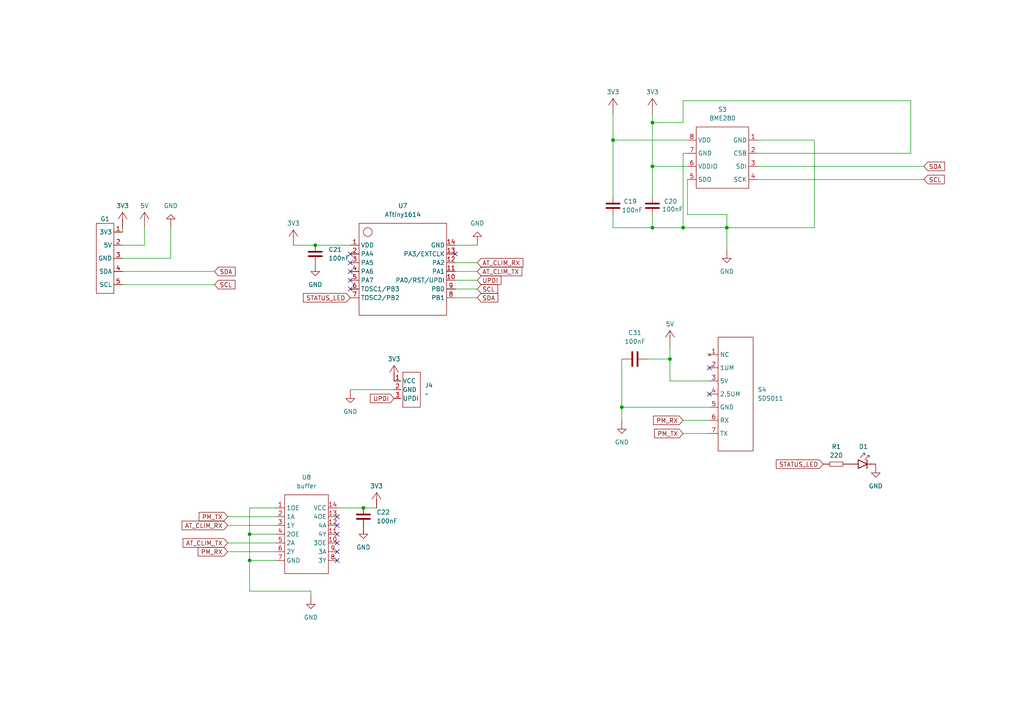
<source format=kicad_sch>
(kicad_sch
	(version 20250114)
	(generator "eeschema")
	(generator_version "9.0")
	(uuid "bd8bb99f-1696-40e4-a829-79b3479834af")
	(paper "A4")
	(lib_symbols
		(symbol "Device:C"
			(pin_numbers
				(hide yes)
			)
			(pin_names
				(offset 0.254)
			)
			(exclude_from_sim no)
			(in_bom yes)
			(on_board yes)
			(property "Reference" "C"
				(at 0.635 2.54 0)
				(effects
					(font
						(size 1.27 1.27)
					)
					(justify left)
				)
			)
			(property "Value" "C"
				(at 0.635 -2.54 0)
				(effects
					(font
						(size 1.27 1.27)
					)
					(justify left)
				)
			)
			(property "Footprint" ""
				(at 0.9652 -3.81 0)
				(effects
					(font
						(size 1.27 1.27)
					)
					(hide yes)
				)
			)
			(property "Datasheet" "~"
				(at 0 0 0)
				(effects
					(font
						(size 1.27 1.27)
					)
					(hide yes)
				)
			)
			(property "Description" "Unpolarized capacitor"
				(at 0 0 0)
				(effects
					(font
						(size 1.27 1.27)
					)
					(hide yes)
				)
			)
			(property "ki_keywords" "cap capacitor"
				(at 0 0 0)
				(effects
					(font
						(size 1.27 1.27)
					)
					(hide yes)
				)
			)
			(property "ki_fp_filters" "C_*"
				(at 0 0 0)
				(effects
					(font
						(size 1.27 1.27)
					)
					(hide yes)
				)
			)
			(symbol "C_0_1"
				(polyline
					(pts
						(xy -2.032 0.762) (xy 2.032 0.762)
					)
					(stroke
						(width 0.508)
						(type default)
					)
					(fill
						(type none)
					)
				)
				(polyline
					(pts
						(xy -2.032 -0.762) (xy 2.032 -0.762)
					)
					(stroke
						(width 0.508)
						(type default)
					)
					(fill
						(type none)
					)
				)
			)
			(symbol "C_1_1"
				(pin passive line
					(at 0 3.81 270)
					(length 2.794)
					(name "~"
						(effects
							(font
								(size 1.27 1.27)
							)
						)
					)
					(number "1"
						(effects
							(font
								(size 1.27 1.27)
							)
						)
					)
				)
				(pin passive line
					(at 0 -3.81 90)
					(length 2.794)
					(name "~"
						(effects
							(font
								(size 1.27 1.27)
							)
						)
					)
					(number "2"
						(effects
							(font
								(size 1.27 1.27)
							)
						)
					)
				)
			)
			(embedded_fonts no)
		)
		(symbol "air_sens_lib:ATtiny1614"
			(exclude_from_sim no)
			(in_bom yes)
			(on_board yes)
			(property "Reference" "U"
				(at 0 0 0)
				(effects
					(font
						(size 1.27 1.27)
					)
				)
			)
			(property "Value" ""
				(at 0 0 0)
				(effects
					(font
						(size 1.27 1.27)
					)
				)
			)
			(property "Footprint" ""
				(at 0 0 0)
				(effects
					(font
						(size 1.27 1.27)
					)
					(hide yes)
				)
			)
			(property "Datasheet" ""
				(at 0 0 0)
				(effects
					(font
						(size 1.27 1.27)
					)
					(hide yes)
				)
			)
			(property "Description" ""
				(at 0 0 0)
				(effects
					(font
						(size 1.27 1.27)
					)
					(hide yes)
				)
			)
			(symbol "ATtiny1614_0_1"
				(rectangle
					(start -13.97 31.75)
					(end 11.43 5.08)
					(stroke
						(width 0)
						(type default)
					)
					(fill
						(type none)
					)
				)
				(circle
					(center -11.43 29.21)
					(radius 1.27)
					(stroke
						(width 0)
						(type default)
					)
					(fill
						(type none)
					)
				)
			)
			(symbol "ATtiny1614_1_1"
				(pin power_in line
					(at -16.51 25.4 0)
					(length 2.54)
					(name "VDD"
						(effects
							(font
								(size 1.27 1.27)
							)
						)
					)
					(number "1"
						(effects
							(font
								(size 1.27 1.27)
							)
						)
					)
				)
				(pin bidirectional line
					(at -16.51 22.86 0)
					(length 2.54)
					(name "PA4"
						(effects
							(font
								(size 1.27 1.27)
							)
						)
					)
					(number "2"
						(effects
							(font
								(size 1.27 1.27)
							)
						)
					)
				)
				(pin bidirectional line
					(at -16.51 20.32 0)
					(length 2.54)
					(name "PA5"
						(effects
							(font
								(size 1.27 1.27)
							)
						)
					)
					(number "3"
						(effects
							(font
								(size 1.27 1.27)
							)
						)
					)
				)
				(pin bidirectional line
					(at -16.51 17.78 0)
					(length 2.54)
					(name "PA6"
						(effects
							(font
								(size 1.27 1.27)
							)
						)
					)
					(number "4"
						(effects
							(font
								(size 1.27 1.27)
							)
						)
					)
				)
				(pin bidirectional line
					(at -16.51 15.24 0)
					(length 2.54)
					(name "PA7"
						(effects
							(font
								(size 1.27 1.27)
							)
						)
					)
					(number "5"
						(effects
							(font
								(size 1.27 1.27)
							)
						)
					)
				)
				(pin bidirectional line
					(at -16.51 12.7 0)
					(length 2.54)
					(name "TOSC1/PB3"
						(effects
							(font
								(size 1.27 1.27)
							)
						)
					)
					(number "6"
						(effects
							(font
								(size 1.27 1.27)
							)
						)
					)
				)
				(pin bidirectional line
					(at -16.51 10.16 0)
					(length 2.54)
					(name "TOSC2/PB2"
						(effects
							(font
								(size 1.27 1.27)
							)
						)
					)
					(number "7"
						(effects
							(font
								(size 1.27 1.27)
							)
						)
					)
				)
				(pin power_in line
					(at 13.97 25.4 180)
					(length 2.54)
					(name "GND"
						(effects
							(font
								(size 1.27 1.27)
							)
						)
					)
					(number "14"
						(effects
							(font
								(size 1.27 1.27)
							)
						)
					)
				)
				(pin bidirectional line
					(at 13.97 22.86 180)
					(length 2.54)
					(name "PA3/EXTCLK"
						(effects
							(font
								(size 1.27 1.27)
							)
						)
					)
					(number "13"
						(effects
							(font
								(size 1.27 1.27)
							)
						)
					)
				)
				(pin bidirectional line
					(at 13.97 20.32 180)
					(length 2.54)
					(name "PA2"
						(effects
							(font
								(size 1.27 1.27)
							)
						)
					)
					(number "12"
						(effects
							(font
								(size 1.27 1.27)
							)
						)
					)
				)
				(pin bidirectional line
					(at 13.97 17.78 180)
					(length 2.54)
					(name "PA1"
						(effects
							(font
								(size 1.27 1.27)
							)
						)
					)
					(number "11"
						(effects
							(font
								(size 1.27 1.27)
							)
						)
					)
				)
				(pin bidirectional line
					(at 13.97 15.24 180)
					(length 2.54)
					(name "PA0/RST/UPDI"
						(effects
							(font
								(size 1.27 1.27)
							)
						)
					)
					(number "10"
						(effects
							(font
								(size 1.27 1.27)
							)
						)
					)
				)
				(pin bidirectional line
					(at 13.97 12.7 180)
					(length 2.54)
					(name "PB0"
						(effects
							(font
								(size 1.27 1.27)
							)
						)
					)
					(number "9"
						(effects
							(font
								(size 1.27 1.27)
							)
						)
					)
				)
				(pin bidirectional line
					(at 13.97 10.16 180)
					(length 2.54)
					(name "PB1"
						(effects
							(font
								(size 1.27 1.27)
							)
						)
					)
					(number "8"
						(effects
							(font
								(size 1.27 1.27)
							)
						)
					)
				)
			)
			(embedded_fonts no)
		)
		(symbol "air_sens_lib:ATtiny1614_programming_header"
			(exclude_from_sim no)
			(in_bom yes)
			(on_board yes)
			(property "Reference" "J"
				(at 0 0 0)
				(effects
					(font
						(size 1.27 1.27)
					)
				)
			)
			(property "Value" ""
				(at 0 0 0)
				(effects
					(font
						(size 1.27 1.27)
					)
				)
			)
			(property "Footprint" ""
				(at 0 0 0)
				(effects
					(font
						(size 1.27 1.27)
					)
					(hide yes)
				)
			)
			(property "Datasheet" ""
				(at 0 0 0)
				(effects
					(font
						(size 1.27 1.27)
					)
					(hide yes)
				)
			)
			(property "Description" ""
				(at 0 0 0)
				(effects
					(font
						(size 1.27 1.27)
					)
					(hide yes)
				)
			)
			(symbol "ATtiny1614_programming_header_0_1"
				(rectangle
					(start 0 16.51)
					(end 5.08 6.35)
					(stroke
						(width 0)
						(type default)
					)
					(fill
						(type none)
					)
				)
			)
			(symbol "ATtiny1614_programming_header_1_1"
				(pin power_in line
					(at -2.54 13.97 0)
					(length 2)
					(name "VCC"
						(effects
							(font
								(size 1.27 1.27)
							)
						)
					)
					(number "1"
						(effects
							(font
								(size 1.27 1.27)
							)
						)
					)
				)
				(pin power_in line
					(at -2.54 11.43 0)
					(length 2)
					(name "GND"
						(effects
							(font
								(size 1.27 1.27)
							)
						)
					)
					(number "2"
						(effects
							(font
								(size 1.27 1.27)
							)
						)
					)
				)
				(pin bidirectional line
					(at -2.54 8.89 0)
					(length 2)
					(name "UPDI"
						(effects
							(font
								(size 1.27 1.27)
							)
						)
					)
					(number "3"
						(effects
							(font
								(size 1.27 1.27)
							)
						)
					)
				)
			)
			(embedded_fonts no)
		)
		(symbol "air_sens_lib:BME280"
			(exclude_from_sim no)
			(in_bom yes)
			(on_board yes)
			(property "Reference" "S"
				(at 0 0 0)
				(effects
					(font
						(size 1.27 1.27)
					)
				)
			)
			(property "Value" ""
				(at 0 0 0)
				(effects
					(font
						(size 1.27 1.27)
					)
				)
			)
			(property "Footprint" ""
				(at 0 0 0)
				(effects
					(font
						(size 1.27 1.27)
					)
					(hide yes)
				)
			)
			(property "Datasheet" ""
				(at 0 0 0)
				(effects
					(font
						(size 1.27 1.27)
					)
					(hide yes)
				)
			)
			(property "Description" ""
				(at 0 0 0)
				(effects
					(font
						(size 1.27 1.27)
					)
					(hide yes)
				)
			)
			(symbol "BME280_0_1"
				(rectangle
					(start -7.62 20.32)
					(end 7.62 2.54)
					(stroke
						(width 0)
						(type default)
					)
					(fill
						(type none)
					)
				)
			)
			(symbol "BME280_1_1"
				(pin power_in line
					(at -10.16 16.51 0)
					(length 2.54)
					(name "VDD"
						(effects
							(font
								(size 1.27 1.27)
							)
						)
					)
					(number "8"
						(effects
							(font
								(size 1.27 1.27)
							)
						)
					)
				)
				(pin power_in line
					(at -10.16 12.7 0)
					(length 2.54)
					(name "GND"
						(effects
							(font
								(size 1.27 1.27)
							)
						)
					)
					(number "7"
						(effects
							(font
								(size 1.27 1.27)
							)
						)
					)
				)
				(pin power_in line
					(at -10.16 8.89 0)
					(length 2.54)
					(name "VDDIO"
						(effects
							(font
								(size 1.27 1.27)
							)
						)
					)
					(number "6"
						(effects
							(font
								(size 1.27 1.27)
							)
						)
					)
				)
				(pin bidirectional line
					(at -10.16 5.08 0)
					(length 2.54)
					(name "SDO"
						(effects
							(font
								(size 1.27 1.27)
							)
						)
					)
					(number "5"
						(effects
							(font
								(size 1.27 1.27)
							)
						)
					)
				)
				(pin power_in line
					(at 10.16 16.51 180)
					(length 2.54)
					(name "GND"
						(effects
							(font
								(size 1.27 1.27)
							)
						)
					)
					(number "1"
						(effects
							(font
								(size 1.27 1.27)
							)
						)
					)
				)
				(pin input line
					(at 10.16 12.7 180)
					(length 2.54)
					(name "CSB"
						(effects
							(font
								(size 1.27 1.27)
							)
						)
					)
					(number "2"
						(effects
							(font
								(size 1.27 1.27)
							)
						)
					)
				)
				(pin bidirectional line
					(at 10.16 8.89 180)
					(length 2.54)
					(name "SDI"
						(effects
							(font
								(size 1.27 1.27)
							)
						)
					)
					(number "3"
						(effects
							(font
								(size 1.27 1.27)
							)
						)
					)
				)
				(pin input line
					(at 10.16 5.08 180)
					(length 2.54)
					(name "SCK"
						(effects
							(font
								(size 1.27 1.27)
							)
						)
					)
					(number "4"
						(effects
							(font
								(size 1.27 1.27)
							)
						)
					)
				)
			)
			(embedded_fonts no)
		)
		(symbol "air_sens_lib:SDS011"
			(exclude_from_sim no)
			(in_bom yes)
			(on_board yes)
			(property "Reference" "S"
				(at 0 0 0)
				(effects
					(font
						(size 1.27 1.27)
					)
				)
			)
			(property "Value" ""
				(at 0 0 0)
				(effects
					(font
						(size 1.27 1.27)
					)
				)
			)
			(property "Footprint" ""
				(at 0 0 0)
				(effects
					(font
						(size 1.27 1.27)
					)
					(hide yes)
				)
			)
			(property "Datasheet" ""
				(at 0 0 0)
				(effects
					(font
						(size 1.27 1.27)
					)
					(hide yes)
				)
			)
			(property "Description" ""
				(at 0 0 0)
				(effects
					(font
						(size 1.27 1.27)
					)
					(hide yes)
				)
			)
			(symbol "SDS011_0_1"
				(rectangle
					(start -10.16 13.97)
					(end 22.86 24.13)
					(stroke
						(width 0)
						(type default)
					)
					(fill
						(type none)
					)
				)
			)
			(symbol "SDS011_1_1"
				(pin no_connect line
					(at -5.08 11.43 90)
					(length 2.54)
					(name "NC"
						(effects
							(font
								(size 1.27 1.27)
							)
						)
					)
					(number "1"
						(effects
							(font
								(size 1.27 1.27)
							)
						)
					)
				)
				(pin output line
					(at -1.27 11.43 90)
					(length 2.54)
					(name "1UM"
						(effects
							(font
								(size 1.27 1.27)
							)
						)
					)
					(number "2"
						(effects
							(font
								(size 1.27 1.27)
							)
						)
					)
				)
				(pin power_in line
					(at 2.54 11.43 90)
					(length 2.54)
					(name "5V"
						(effects
							(font
								(size 1.27 1.27)
							)
						)
					)
					(number "3"
						(effects
							(font
								(size 1.27 1.27)
							)
						)
					)
				)
				(pin output line
					(at 6.35 11.43 90)
					(length 2.54)
					(name "2.5UM"
						(effects
							(font
								(size 1.27 1.27)
							)
						)
					)
					(number "4"
						(effects
							(font
								(size 1.27 1.27)
							)
						)
					)
				)
				(pin power_in line
					(at 10.16 11.43 90)
					(length 2.54)
					(name "GND"
						(effects
							(font
								(size 1.27 1.27)
							)
						)
					)
					(number "5"
						(effects
							(font
								(size 1.27 1.27)
							)
						)
					)
				)
				(pin input line
					(at 13.97 11.43 90)
					(length 2.54)
					(name "RX"
						(effects
							(font
								(size 1.27 1.27)
							)
						)
					)
					(number "6"
						(effects
							(font
								(size 1.27 1.27)
							)
						)
					)
				)
				(pin output line
					(at 17.78 11.43 90)
					(length 2.54)
					(name "TX"
						(effects
							(font
								(size 1.27 1.27)
							)
						)
					)
					(number "7"
						(effects
							(font
								(size 1.27 1.27)
							)
						)
					)
				)
			)
			(embedded_fonts no)
		)
		(symbol "air_sens_lib:SN74LVC125"
			(exclude_from_sim no)
			(in_bom yes)
			(on_board yes)
			(property "Reference" "U"
				(at 2.286 0 0)
				(effects
					(font
						(size 1.27 1.27)
					)
				)
			)
			(property "Value" ""
				(at 0 0 0)
				(effects
					(font
						(size 1.27 1.27)
					)
				)
			)
			(property "Footprint" ""
				(at 0 0 0)
				(effects
					(font
						(size 1.27 1.27)
					)
					(hide yes)
				)
			)
			(property "Datasheet" ""
				(at 0 0 0)
				(effects
					(font
						(size 1.27 1.27)
					)
					(hide yes)
				)
			)
			(property "Description" ""
				(at 0 0 0)
				(effects
					(font
						(size 1.27 1.27)
					)
					(hide yes)
				)
			)
			(symbol "SN74LVC125_0_1"
				(rectangle
					(start -3.81 25.4)
					(end 8.89 2.54)
					(stroke
						(width 0)
						(type default)
					)
					(fill
						(type none)
					)
				)
			)
			(symbol "SN74LVC125_1_1"
				(pin input line
					(at -6.35 21.59 0)
					(length 2.54)
					(name "1OE"
						(effects
							(font
								(size 1.27 1.27)
							)
						)
					)
					(number "1"
						(effects
							(font
								(size 1.27 1.27)
							)
						)
					)
				)
				(pin input line
					(at -6.35 19.05 0)
					(length 2.54)
					(name "1A"
						(effects
							(font
								(size 1.27 1.27)
							)
						)
					)
					(number "2"
						(effects
							(font
								(size 1.27 1.27)
							)
						)
					)
				)
				(pin output line
					(at -6.35 16.51 0)
					(length 2.54)
					(name "1Y"
						(effects
							(font
								(size 1.27 1.27)
							)
						)
					)
					(number "3"
						(effects
							(font
								(size 1.27 1.27)
							)
						)
					)
				)
				(pin input line
					(at -6.35 13.97 0)
					(length 2.54)
					(name "2OE"
						(effects
							(font
								(size 1.27 1.27)
							)
						)
					)
					(number "4"
						(effects
							(font
								(size 1.27 1.27)
							)
						)
					)
				)
				(pin input line
					(at -6.35 11.43 0)
					(length 2.54)
					(name "2A"
						(effects
							(font
								(size 1.27 1.27)
							)
						)
					)
					(number "5"
						(effects
							(font
								(size 1.27 1.27)
							)
						)
					)
				)
				(pin output line
					(at -6.35 8.89 0)
					(length 2.54)
					(name "2Y"
						(effects
							(font
								(size 1.27 1.27)
							)
						)
					)
					(number "6"
						(effects
							(font
								(size 1.27 1.27)
							)
						)
					)
				)
				(pin power_in line
					(at -6.35 6.35 0)
					(length 2.54)
					(name "GND"
						(effects
							(font
								(size 1.27 1.27)
							)
						)
					)
					(number "7"
						(effects
							(font
								(size 1.27 1.27)
							)
						)
					)
				)
				(pin power_in line
					(at 11.43 21.59 180)
					(length 2.54)
					(name "VCC"
						(effects
							(font
								(size 1.27 1.27)
							)
						)
					)
					(number "14"
						(effects
							(font
								(size 1.27 1.27)
							)
						)
					)
				)
				(pin input line
					(at 11.43 19.05 180)
					(length 2.54)
					(name "4OE"
						(effects
							(font
								(size 1.27 1.27)
							)
						)
					)
					(number "13"
						(effects
							(font
								(size 1.27 1.27)
							)
						)
					)
				)
				(pin input line
					(at 11.43 16.51 180)
					(length 2.54)
					(name "4A"
						(effects
							(font
								(size 1.27 1.27)
							)
						)
					)
					(number "12"
						(effects
							(font
								(size 1.27 1.27)
							)
						)
					)
				)
				(pin output line
					(at 11.43 13.97 180)
					(length 2.54)
					(name "4Y"
						(effects
							(font
								(size 1.27 1.27)
							)
						)
					)
					(number "11"
						(effects
							(font
								(size 1.27 1.27)
							)
						)
					)
				)
				(pin input line
					(at 11.43 11.43 180)
					(length 2.54)
					(name "3OE"
						(effects
							(font
								(size 1.27 1.27)
							)
						)
					)
					(number "10"
						(effects
							(font
								(size 1.27 1.27)
							)
						)
					)
				)
				(pin input line
					(at 11.43 8.89 180)
					(length 2.54)
					(name "3A"
						(effects
							(font
								(size 1.27 1.27)
							)
						)
					)
					(number "9"
						(effects
							(font
								(size 1.27 1.27)
							)
						)
					)
				)
				(pin output line
					(at 11.43 6.35 180)
					(length 2.54)
					(name "3Y"
						(effects
							(font
								(size 1.27 1.27)
							)
						)
					)
					(number "8"
						(effects
							(font
								(size 1.27 1.27)
							)
						)
					)
				)
			)
			(embedded_fonts no)
		)
		(symbol "air_sens_lib:module_gpio"
			(exclude_from_sim no)
			(in_bom yes)
			(on_board yes)
			(property "Reference" "G"
				(at 5.842 3.048 0)
				(effects
					(font
						(size 1.27 1.27)
					)
				)
			)
			(property "Value" ""
				(at 0 0 0)
				(effects
					(font
						(size 1.27 1.27)
					)
				)
			)
			(property "Footprint" ""
				(at 0 0 0)
				(effects
					(font
						(size 1.27 1.27)
					)
					(hide yes)
				)
			)
			(property "Datasheet" ""
				(at 0 0 0)
				(effects
					(font
						(size 1.27 1.27)
					)
					(hide yes)
				)
			)
			(property "Description" ""
				(at 0 0 0)
				(effects
					(font
						(size 1.27 1.27)
					)
					(hide yes)
				)
			)
			(symbol "module_gpio_0_1"
				(rectangle
					(start 7.62 26.67)
					(end 2.54 6.35)
					(stroke
						(width 0)
						(type default)
					)
					(fill
						(type none)
					)
				)
			)
			(symbol "module_gpio_1_1"
				(pin power_in line
					(at 10.16 24.13 180)
					(length 2.54)
					(name "3V3"
						(effects
							(font
								(size 1.27 1.27)
							)
						)
					)
					(number "1"
						(effects
							(font
								(size 1.27 1.27)
							)
						)
					)
				)
				(pin power_in line
					(at 10.16 20.32 180)
					(length 2.54)
					(name "5V"
						(effects
							(font
								(size 1.27 1.27)
							)
						)
					)
					(number "2"
						(effects
							(font
								(size 1.27 1.27)
							)
						)
					)
				)
				(pin power_in line
					(at 10.16 16.51 180)
					(length 2.54)
					(name "GND"
						(effects
							(font
								(size 1.27 1.27)
							)
						)
					)
					(number "3"
						(effects
							(font
								(size 1.27 1.27)
							)
						)
					)
				)
				(pin bidirectional line
					(at 10.16 12.7 180)
					(length 2.54)
					(name "SDA"
						(effects
							(font
								(size 1.27 1.27)
							)
						)
					)
					(number "4"
						(effects
							(font
								(size 1.27 1.27)
							)
						)
					)
				)
				(pin bidirectional line
					(at 10.16 8.89 180)
					(length 2.54)
					(name "SCL"
						(effects
							(font
								(size 1.27 1.27)
							)
						)
					)
					(number "5"
						(effects
							(font
								(size 1.27 1.27)
							)
						)
					)
				)
			)
			(embedded_fonts no)
		)
		(symbol "common:Capacitor"
			(pin_numbers
				(hide yes)
			)
			(exclude_from_sim no)
			(in_bom yes)
			(on_board yes)
			(property "Reference" "C"
				(at 0 3.5 0)
				(effects
					(font
						(size 1.27 1.27)
					)
				)
			)
			(property "Value" "F"
				(at 0 -4 0)
				(effects
					(font
						(size 1.27 1.27)
					)
				)
			)
			(property "Footprint" ""
				(at 0 0 0)
				(effects
					(font
						(size 1.27 1.27)
					)
					(hide yes)
				)
			)
			(property "Datasheet" ""
				(at 0 0 0)
				(effects
					(font
						(size 1.27 1.27)
					)
					(hide yes)
				)
			)
			(property "Description" "Unpolarized Capacitor"
				(at 0 -5.5 0)
				(effects
					(font
						(size 1.27 1.27)
					)
					(hide yes)
				)
			)
			(symbol "Capacitor_1_1"
				(polyline
					(pts
						(xy -0.635 1.905) (xy -0.635 -1.905)
					)
					(stroke
						(width 0.5)
						(type solid)
					)
					(fill
						(type none)
					)
				)
				(polyline
					(pts
						(xy 0.635 1.905) (xy 0.635 -1.905)
					)
					(stroke
						(width 0.5)
						(type solid)
					)
					(fill
						(type none)
					)
				)
				(pin passive line
					(at -2.54 0 0)
					(length 1.9)
					(name "~"
						(effects
							(font
								(size 1.27 1.27)
							)
						)
					)
					(number "1"
						(effects
							(font
								(size 1.27 1.27)
							)
						)
					)
				)
				(pin passive line
					(at 2.54 0 180)
					(length 1.9)
					(name "~"
						(effects
							(font
								(size 1.27 1.27)
							)
						)
					)
					(number "2"
						(effects
							(font
								(size 1.27 1.27)
							)
						)
					)
				)
			)
			(embedded_fonts no)
		)
		(symbol "common:LED"
			(pin_numbers
				(hide yes)
			)
			(pin_names
				(hide yes)
			)
			(exclude_from_sim no)
			(in_bom yes)
			(on_board yes)
			(property "Reference" "D"
				(at 0 2 0)
				(effects
					(font
						(size 1.27 1.27)
					)
				)
			)
			(property "Value" "~"
				(at 0 0 0)
				(effects
					(font
						(size 1.27 1.27)
					)
					(hide yes)
				)
			)
			(property "Footprint" ""
				(at 0 0 0)
				(effects
					(font
						(size 1.27 1.27)
					)
					(hide yes)
				)
			)
			(property "Datasheet" ""
				(at 0 0 0)
				(effects
					(font
						(size 1.27 1.27)
					)
					(hide yes)
				)
			)
			(property "Description" "Light-Emitting Diode"
				(at 0 -4.5 0)
				(effects
					(font
						(size 1.27 1.27)
					)
					(hide yes)
				)
			)
			(symbol "LED_1_1"
				(polyline
					(pts
						(xy -1.27 1.27) (xy -1.27 -1.27)
					)
					(stroke
						(width 0.25)
						(type solid)
					)
					(fill
						(type none)
					)
				)
				(polyline
					(pts
						(xy -1.27 0) (xy 1.27 1.27) (xy 1.27 -1.27) (xy -1.27 0)
					)
					(stroke
						(width 0.25)
						(type solid)
					)
					(fill
						(type none)
					)
				)
				(polyline
					(pts
						(xy -1.27 -2.54) (xy -1.905 -2.54) (xy -1.905 -1.905)
					)
					(stroke
						(width 0)
						(type default)
					)
					(fill
						(type none)
					)
				)
				(polyline
					(pts
						(xy -0.635 -1.27) (xy -1.905 -2.54)
					)
					(stroke
						(width 0)
						(type default)
					)
					(fill
						(type none)
					)
				)
				(polyline
					(pts
						(xy 0 -3.175) (xy -0.635 -3.175) (xy -0.635 -2.54)
					)
					(stroke
						(width 0)
						(type default)
					)
					(fill
						(type none)
					)
				)
				(polyline
					(pts
						(xy 0.635 -1.905) (xy -0.635 -3.175)
					)
					(stroke
						(width 0)
						(type default)
					)
					(fill
						(type none)
					)
				)
				(pin passive line
					(at -3.81 0 0)
					(length 2.54)
					(name "K"
						(effects
							(font
								(size 1.27 1.27)
							)
						)
					)
					(number "1"
						(effects
							(font
								(size 1.27 1.27)
							)
						)
					)
				)
				(pin passive line
					(at 3.81 0 180)
					(length 2.54)
					(name "A"
						(effects
							(font
								(size 1.27 1.27)
							)
						)
					)
					(number "2"
						(effects
							(font
								(size 1.27 1.27)
							)
						)
					)
				)
			)
			(embedded_fonts no)
		)
		(symbol "common:Resistor"
			(pin_numbers
				(hide yes)
			)
			(exclude_from_sim no)
			(in_bom yes)
			(on_board yes)
			(property "Reference" "R"
				(at 0 -2 0)
				(effects
					(font
						(size 1.27 1.27)
					)
				)
			)
			(property "Value" "Ohm"
				(at 0 2 0)
				(effects
					(font
						(size 1.27 1.27)
					)
				)
			)
			(property "Footprint" ""
				(at 0 0 0)
				(effects
					(font
						(size 1.27 1.27)
					)
					(hide yes)
				)
			)
			(property "Datasheet" ""
				(at 0 0 0)
				(effects
					(font
						(size 1.27 1.27)
					)
					(hide yes)
				)
			)
			(property "Description" "Resistor"
				(at 0 -3.5 0)
				(effects
					(font
						(size 1.27 1.27)
					)
					(hide yes)
				)
			)
			(symbol "Resistor_0_1"
				(rectangle
					(start -1.905 0.635)
					(end 1.905 -0.635)
					(stroke
						(width 0)
						(type default)
					)
					(fill
						(type none)
					)
				)
			)
			(symbol "Resistor_1_1"
				(pin passive line
					(at -3.81 0 0)
					(length 1.9)
					(name "~"
						(effects
							(font
								(size 1.27 1.27)
							)
						)
					)
					(number "1"
						(effects
							(font
								(size 1.27 1.27)
							)
						)
					)
				)
				(pin passive line
					(at 3.81 0 180)
					(length 1.9)
					(name "~"
						(effects
							(font
								(size 1.27 1.27)
							)
						)
					)
					(number "2"
						(effects
							(font
								(size 1.27 1.27)
							)
						)
					)
				)
			)
			(embedded_fonts no)
		)
		(symbol "pwr:+3.3V"
			(power)
			(pin_numbers
				(hide yes)
			)
			(exclude_from_sim no)
			(in_bom no)
			(on_board no)
			(property "Reference" "#3V3"
				(at 0 5 0)
				(effects
					(font
						(size 1.27 1.27)
					)
					(hide yes)
				)
			)
			(property "Value" "3V3"
				(at 0 3 0)
				(effects
					(font
						(size 1.27 1.27)
					)
				)
			)
			(property "Footprint" ""
				(at 0 0 0)
				(effects
					(font
						(size 1.27 1.27)
					)
					(hide yes)
				)
			)
			(property "Datasheet" ""
				(at 0 0 0)
				(effects
					(font
						(size 1.27 1.27)
					)
					(hide yes)
				)
			)
			(property "Description" "+3.3V"
				(at 0 -13 0)
				(effects
					(font
						(size 1.27 1.27)
					)
					(hide yes)
				)
			)
			(symbol "+3.3V_0_1"
				(polyline
					(pts
						(xy 0 1.905) (xy -1.27 0)
					)
					(stroke
						(width 0)
						(type default)
					)
					(fill
						(type none)
					)
				)
				(polyline
					(pts
						(xy 0 1.905) (xy 1.27 0)
					)
					(stroke
						(width 0)
						(type default)
					)
					(fill
						(type none)
					)
				)
				(polyline
					(pts
						(xy 0 0) (xy 0 1.905)
					)
					(stroke
						(width 0)
						(type default)
					)
					(fill
						(type none)
					)
				)
			)
			(symbol "+3.3V_1_1"
				(pin power_in line
					(at 0 -2.54 90)
					(length 2.54)
					(name "~"
						(effects
							(font
								(size 1.27 1.27)
							)
						)
					)
					(number "1"
						(effects
							(font
								(size 1.27 1.27)
							)
						)
					)
				)
			)
			(embedded_fonts no)
		)
		(symbol "pwr:+5V"
			(power)
			(pin_numbers
				(hide yes)
			)
			(exclude_from_sim no)
			(in_bom no)
			(on_board no)
			(property "Reference" "#5V"
				(at 0 5 0)
				(effects
					(font
						(size 1.27 1.27)
					)
					(hide yes)
				)
			)
			(property "Value" "5V"
				(at 0 3 0)
				(effects
					(font
						(size 1.27 1.27)
					)
				)
			)
			(property "Footprint" ""
				(at 0 0 0)
				(effects
					(font
						(size 1.27 1.27)
					)
					(hide yes)
				)
			)
			(property "Datasheet" ""
				(at 0 0 0)
				(effects
					(font
						(size 1.27 1.27)
					)
					(hide yes)
				)
			)
			(property "Description" "+5V"
				(at 0 -13 0)
				(effects
					(font
						(size 1.27 1.27)
					)
					(hide yes)
				)
			)
			(symbol "+5V_0_1"
				(polyline
					(pts
						(xy 0 1.905) (xy -1.27 0)
					)
					(stroke
						(width 0)
						(type default)
					)
					(fill
						(type none)
					)
				)
				(polyline
					(pts
						(xy 0 1.905) (xy 1.27 0)
					)
					(stroke
						(width 0)
						(type default)
					)
					(fill
						(type none)
					)
				)
				(polyline
					(pts
						(xy 0 0) (xy 0 1.905)
					)
					(stroke
						(width 0)
						(type default)
					)
					(fill
						(type none)
					)
				)
			)
			(symbol "+5V_1_1"
				(pin power_in line
					(at 0 -2.54 90)
					(length 2.54)
					(name "~"
						(effects
							(font
								(size 1.27 1.27)
							)
						)
					)
					(number "1"
						(effects
							(font
								(size 1.27 1.27)
							)
						)
					)
				)
			)
			(embedded_fonts no)
		)
		(symbol "pwr:GND"
			(power)
			(pin_numbers
				(hide yes)
			)
			(exclude_from_sim no)
			(in_bom no)
			(on_board no)
			(property "Reference" "#GND"
				(at 0 13 0)
				(effects
					(font
						(size 1.27 1.27)
					)
					(hide yes)
				)
			)
			(property "Value" "GND"
				(at 0 -2.5 0)
				(effects
					(font
						(size 1.27 1.27)
					)
				)
			)
			(property "Footprint" ""
				(at 0 0 0)
				(effects
					(font
						(size 1.27 1.27)
					)
					(hide yes)
				)
			)
			(property "Datasheet" ""
				(at 0 0 0)
				(effects
					(font
						(size 1.27 1.27)
					)
					(hide yes)
				)
			)
			(property "Description" "Ground"
				(at 0 -4.5 0)
				(effects
					(font
						(size 1.27 1.27)
					)
					(hide yes)
				)
			)
			(symbol "GND_0_1"
				(polyline
					(pts
						(xy 0 0) (xy 1.27 0) (xy 0 -1.27) (xy -1.27 0) (xy 0 0)
					)
					(stroke
						(width 0)
						(type default)
					)
					(fill
						(type none)
					)
				)
			)
			(symbol "GND_1_1"
				(pin power_in line
					(at 0 2.54 270)
					(length 2.54)
					(name "~"
						(effects
							(font
								(size 1.27 1.27)
							)
						)
					)
					(number "1"
						(effects
							(font
								(size 1.27 1.27)
							)
						)
					)
				)
			)
			(embedded_fonts no)
		)
	)
	(junction
		(at 189.23 66.04)
		(diameter 0)
		(color 0 0 0 0)
		(uuid "08c599a2-7722-42d5-8023-b424ded7f2a0")
	)
	(junction
		(at 72.39 154.94)
		(diameter 0)
		(color 0 0 0 0)
		(uuid "14c24487-16ab-4c08-8dbd-ffde61d77fbf")
	)
	(junction
		(at 189.23 35.56)
		(diameter 0)
		(color 0 0 0 0)
		(uuid "17fb04c1-a2e3-4b29-ac91-4bd40505dab9")
	)
	(junction
		(at 177.8 40.64)
		(diameter 0)
		(color 0 0 0 0)
		(uuid "29da2c42-9208-475a-a7e9-cc1b1d6a833c")
	)
	(junction
		(at 210.82 66.04)
		(diameter 0)
		(color 0 0 0 0)
		(uuid "533639dc-f679-4cd4-a5ab-88bc1f40ca20")
	)
	(junction
		(at 189.23 48.26)
		(diameter 0)
		(color 0 0 0 0)
		(uuid "82fc94ac-fedc-4954-8a04-18ac0d236696")
	)
	(junction
		(at 91.44 71.12)
		(diameter 0)
		(color 0 0 0 0)
		(uuid "91039c0e-ff91-46c5-9c9e-b3c6c12ea6e9")
	)
	(junction
		(at 72.39 162.56)
		(diameter 0)
		(color 0 0 0 0)
		(uuid "a3a08726-0aec-4296-92c0-5652164569c2")
	)
	(junction
		(at 198.12 66.04)
		(diameter 0)
		(color 0 0 0 0)
		(uuid "a5f667d0-030b-4458-8973-e8280b8bfb96")
	)
	(junction
		(at 180.34 118.11)
		(diameter 0)
		(color 0 0 0 0)
		(uuid "bfaa658d-d46a-4b33-a0f4-c791d195c0dd")
	)
	(junction
		(at 105.41 147.32)
		(diameter 0)
		(color 0 0 0 0)
		(uuid "e4ec8a15-68ba-4ecf-abb1-6ac2282b974a")
	)
	(junction
		(at 194.31 104.14)
		(diameter 0)
		(color 0 0 0 0)
		(uuid "f9f57c82-9a0a-44e6-95ed-1c8cf302f910")
	)
	(no_connect
		(at 97.79 152.4)
		(uuid "14ad913e-5364-44ea-8e59-131b4b7d3101")
	)
	(no_connect
		(at 101.6 73.66)
		(uuid "1a21fa7c-6167-4e37-b4fe-8d84a712aec5")
	)
	(no_connect
		(at 97.79 160.02)
		(uuid "21611580-1333-402a-a7f5-601804c881ea")
	)
	(no_connect
		(at 101.6 81.28)
		(uuid "35bd6e62-a10b-48ef-b1c6-c11b9c86bceb")
	)
	(no_connect
		(at 101.6 76.2)
		(uuid "386af597-a326-4b1c-a4ce-0b5e1df9d2ff")
	)
	(no_connect
		(at 101.6 78.74)
		(uuid "58c54868-c952-4ec0-9f5a-98d664624f20")
	)
	(no_connect
		(at 97.79 149.86)
		(uuid "58d2a95e-a7ea-4fe9-8a43-b9264a1b0785")
	)
	(no_connect
		(at 97.79 162.56)
		(uuid "5943487e-2b30-4c51-8b07-9d74774dcd2a")
	)
	(no_connect
		(at 97.79 157.48)
		(uuid "5ecb2c43-0981-4298-b0f5-141bdabb2161")
	)
	(no_connect
		(at 101.6 83.82)
		(uuid "8d468199-5a32-4d22-baa3-63880c76b1ec")
	)
	(no_connect
		(at 132.08 73.66)
		(uuid "aaa3cbcb-c878-414f-88a5-cba9cb51965a")
	)
	(no_connect
		(at 97.79 154.94)
		(uuid "be0e5032-198a-40ab-ac5d-4435c445c073")
	)
	(no_connect
		(at 205.74 106.68)
		(uuid "f4613296-461c-4610-87ad-97894e11f230")
	)
	(no_connect
		(at 205.74 114.3)
		(uuid "fff094b6-b905-40a0-83c8-452c4a761803")
	)
	(wire
		(pts
			(xy 97.79 147.32) (xy 105.41 147.32)
		)
		(stroke
			(width 0)
			(type default)
		)
		(uuid "0337f529-206f-4dc2-b084-ae86539e7c4d")
	)
	(wire
		(pts
			(xy 35.56 71.12) (xy 41.91 71.12)
		)
		(stroke
			(width 0)
			(type default)
		)
		(uuid "0a2ee0e1-abd6-4334-a4c7-28b0e9dffb09")
	)
	(wire
		(pts
			(xy 72.39 162.56) (xy 80.01 162.56)
		)
		(stroke
			(width 0)
			(type default)
		)
		(uuid "14037126-0058-4fce-bbaf-886f9ee575a2")
	)
	(wire
		(pts
			(xy 132.08 71.12) (xy 138.43 71.12)
		)
		(stroke
			(width 0)
			(type default)
		)
		(uuid "152fffc6-366a-46b3-8e41-b2a6410545b2")
	)
	(wire
		(pts
			(xy 177.8 66.04) (xy 189.23 66.04)
		)
		(stroke
			(width 0)
			(type default)
		)
		(uuid "180300b9-73b9-4f77-929b-294ff1b2921d")
	)
	(wire
		(pts
			(xy 199.39 44.45) (xy 198.12 44.45)
		)
		(stroke
			(width 0)
			(type default)
		)
		(uuid "1dbd5572-b2e2-4af8-b5ab-0396f6b89aea")
	)
	(wire
		(pts
			(xy 236.22 66.04) (xy 210.82 66.04)
		)
		(stroke
			(width 0)
			(type default)
		)
		(uuid "1e03cd05-c821-4ead-b74a-b75dff20edb4")
	)
	(wire
		(pts
			(xy 35.56 74.93) (xy 49.53 74.93)
		)
		(stroke
			(width 0)
			(type default)
		)
		(uuid "2256c751-1774-477a-8378-559b3feff28b")
	)
	(wire
		(pts
			(xy 264.16 44.45) (xy 264.16 29.21)
		)
		(stroke
			(width 0)
			(type default)
		)
		(uuid "22a97e6e-974f-4e5b-b58f-e89dd96bfb14")
	)
	(wire
		(pts
			(xy 105.41 147.32) (xy 109.22 147.32)
		)
		(stroke
			(width 0)
			(type default)
		)
		(uuid "26fda8df-2bc7-4e0a-aae7-db6cd7bcd69a")
	)
	(wire
		(pts
			(xy 199.39 52.07) (xy 199.39 62.23)
		)
		(stroke
			(width 0)
			(type default)
		)
		(uuid "2eedce9b-b855-4892-8405-493e8c612f71")
	)
	(wire
		(pts
			(xy 35.56 78.74) (xy 62.23 78.74)
		)
		(stroke
			(width 0)
			(type default)
		)
		(uuid "2f62b1b5-301e-4d83-8e64-7108c0833f17")
	)
	(wire
		(pts
			(xy 198.12 66.04) (xy 210.82 66.04)
		)
		(stroke
			(width 0)
			(type default)
		)
		(uuid "3698842f-a976-42d3-92e2-1539afca21d8")
	)
	(wire
		(pts
			(xy 49.53 74.93) (xy 49.53 66.04)
		)
		(stroke
			(width 0)
			(type default)
		)
		(uuid "3caa0d46-3497-4b69-92a8-315f1c991763")
	)
	(wire
		(pts
			(xy 189.23 62.23) (xy 189.23 66.04)
		)
		(stroke
			(width 0)
			(type default)
		)
		(uuid "3d84ec8b-463a-4a76-986b-1d1a2974d4a1")
	)
	(wire
		(pts
			(xy 66.04 149.86) (xy 80.01 149.86)
		)
		(stroke
			(width 0)
			(type default)
		)
		(uuid "401275f4-ad3b-4806-bc0f-bb03a2189de3")
	)
	(wire
		(pts
			(xy 132.08 78.74) (xy 138.43 78.74)
		)
		(stroke
			(width 0)
			(type default)
		)
		(uuid "41ca64d6-a2a5-43eb-b198-b0e66712e081")
	)
	(wire
		(pts
			(xy 189.23 48.26) (xy 199.39 48.26)
		)
		(stroke
			(width 0)
			(type default)
		)
		(uuid "4e8498de-2034-4f40-8dc2-97767be7d406")
	)
	(wire
		(pts
			(xy 41.91 71.12) (xy 41.91 66.04)
		)
		(stroke
			(width 0)
			(type default)
		)
		(uuid "4ecc713c-2236-4099-acf7-fbc80187a105")
	)
	(wire
		(pts
			(xy 72.39 147.32) (xy 72.39 154.94)
		)
		(stroke
			(width 0)
			(type default)
		)
		(uuid "4ff4dfc2-2f5f-4375-ba6e-df72d8741efd")
	)
	(wire
		(pts
			(xy 210.82 72.39) (xy 210.82 66.04)
		)
		(stroke
			(width 0)
			(type default)
		)
		(uuid "4ffb3447-578a-4db2-9685-93381aff1c6e")
	)
	(wire
		(pts
			(xy 219.71 44.45) (xy 264.16 44.45)
		)
		(stroke
			(width 0)
			(type default)
		)
		(uuid "5422104d-7696-4e74-88e8-15493e8ba867")
	)
	(wire
		(pts
			(xy 205.74 118.11) (xy 180.34 118.11)
		)
		(stroke
			(width 0)
			(type default)
		)
		(uuid "54b6f1cf-2344-448f-aa18-30bf4b6a186b")
	)
	(wire
		(pts
			(xy 35.56 82.55) (xy 62.23 82.55)
		)
		(stroke
			(width 0)
			(type default)
		)
		(uuid "5858a0a0-5ac3-441b-a1dc-c3da40feae93")
	)
	(wire
		(pts
			(xy 198.12 121.92) (xy 205.74 121.92)
		)
		(stroke
			(width 0)
			(type default)
		)
		(uuid "590a39b9-dcd2-4aa8-b478-3efb9d8a3aae")
	)
	(wire
		(pts
			(xy 35.56 66.04) (xy 35.56 67.31)
		)
		(stroke
			(width 0)
			(type default)
		)
		(uuid "5913294a-68f0-44f2-9d1a-9ec295dbe9b5")
	)
	(wire
		(pts
			(xy 91.44 71.12) (xy 101.6 71.12)
		)
		(stroke
			(width 0)
			(type default)
		)
		(uuid "5bbd764e-33ff-4377-ae47-24c1511d0479")
	)
	(wire
		(pts
			(xy 72.39 162.56) (xy 72.39 171.45)
		)
		(stroke
			(width 0)
			(type default)
		)
		(uuid "5c0849ff-ecae-422a-a011-dde20af99810")
	)
	(wire
		(pts
			(xy 236.22 40.64) (xy 236.22 66.04)
		)
		(stroke
			(width 0)
			(type default)
		)
		(uuid "5d06e483-3cb3-4baa-8bf3-1d8e02cc882b")
	)
	(wire
		(pts
			(xy 189.23 48.26) (xy 189.23 57.15)
		)
		(stroke
			(width 0)
			(type default)
		)
		(uuid "5dbd239d-063b-42b0-86d0-6caf52d19744")
	)
	(wire
		(pts
			(xy 219.71 48.26) (xy 267.97 48.26)
		)
		(stroke
			(width 0)
			(type default)
		)
		(uuid "5f1fdba1-ae85-4e1b-bfd4-e47921b56c11")
	)
	(wire
		(pts
			(xy 198.12 29.21) (xy 198.12 35.56)
		)
		(stroke
			(width 0)
			(type default)
		)
		(uuid "6e082d41-52f6-494b-a362-8a95d0ac22aa")
	)
	(wire
		(pts
			(xy 189.23 33.02) (xy 189.23 35.56)
		)
		(stroke
			(width 0)
			(type default)
		)
		(uuid "6ebcfef8-f612-4632-b963-7128cf0c1a3e")
	)
	(wire
		(pts
			(xy 187.96 104.14) (xy 194.31 104.14)
		)
		(stroke
			(width 0)
			(type default)
		)
		(uuid "6fb3e8e0-a21b-4b51-a72b-04ae7fcdce62")
	)
	(wire
		(pts
			(xy 189.23 35.56) (xy 189.23 48.26)
		)
		(stroke
			(width 0)
			(type default)
		)
		(uuid "7a9cd91d-6e77-41ef-92f7-4dd0f6f50903")
	)
	(wire
		(pts
			(xy 198.12 125.73) (xy 205.74 125.73)
		)
		(stroke
			(width 0)
			(type default)
		)
		(uuid "82de910f-c588-4a1b-8b01-258d861ca2ad")
	)
	(wire
		(pts
			(xy 72.39 154.94) (xy 80.01 154.94)
		)
		(stroke
			(width 0)
			(type default)
		)
		(uuid "848e3bee-d96f-47ab-b559-a893522373f3")
	)
	(wire
		(pts
			(xy 219.71 52.07) (xy 267.97 52.07)
		)
		(stroke
			(width 0)
			(type default)
		)
		(uuid "8b2ffa03-9992-4c78-98d8-4106396ab2ba")
	)
	(wire
		(pts
			(xy 264.16 29.21) (xy 198.12 29.21)
		)
		(stroke
			(width 0)
			(type default)
		)
		(uuid "9169577f-ded6-4dae-98ed-f0678cae63f0")
	)
	(wire
		(pts
			(xy 132.08 83.82) (xy 138.43 83.82)
		)
		(stroke
			(width 0)
			(type default)
		)
		(uuid "917926e8-06b0-4a17-afb9-025244e6f701")
	)
	(wire
		(pts
			(xy 189.23 66.04) (xy 198.12 66.04)
		)
		(stroke
			(width 0)
			(type default)
		)
		(uuid "9a99c653-0163-4b5e-b13d-0515a4937e35")
	)
	(wire
		(pts
			(xy 177.8 40.64) (xy 177.8 57.15)
		)
		(stroke
			(width 0)
			(type default)
		)
		(uuid "9c47de3e-18d8-4c7c-a32c-2c98e8a3d318")
	)
	(wire
		(pts
			(xy 219.71 40.64) (xy 236.22 40.64)
		)
		(stroke
			(width 0)
			(type default)
		)
		(uuid "a26778f4-d896-45da-84c4-53201ba61408")
	)
	(wire
		(pts
			(xy 198.12 35.56) (xy 189.23 35.56)
		)
		(stroke
			(width 0)
			(type default)
		)
		(uuid "a2f367ce-85af-471c-8a7b-ddeb60fe3bd8")
	)
	(wire
		(pts
			(xy 101.6 113.03) (xy 114.3 113.03)
		)
		(stroke
			(width 0)
			(type default)
		)
		(uuid "a42e4530-6a25-43da-a2d6-c8cbf224db50")
	)
	(wire
		(pts
			(xy 199.39 62.23) (xy 210.82 62.23)
		)
		(stroke
			(width 0)
			(type default)
		)
		(uuid "a567b778-8048-4fbc-9056-fd672b1e8224")
	)
	(wire
		(pts
			(xy 180.34 118.11) (xy 180.34 121.92)
		)
		(stroke
			(width 0)
			(type default)
		)
		(uuid "a67a1b04-4816-42e6-b2bf-55af3ef4c98b")
	)
	(wire
		(pts
			(xy 132.08 86.36) (xy 138.43 86.36)
		)
		(stroke
			(width 0)
			(type default)
		)
		(uuid "a90ce7be-c089-4e98-8944-e6ad8ba288a7")
	)
	(wire
		(pts
			(xy 85.09 71.12) (xy 91.44 71.12)
		)
		(stroke
			(width 0)
			(type default)
		)
		(uuid "a9cc4b1a-fe5b-4857-b09c-5582f6251e8c")
	)
	(wire
		(pts
			(xy 72.39 171.45) (xy 90.17 171.45)
		)
		(stroke
			(width 0)
			(type default)
		)
		(uuid "ae9652a2-b8f8-4c5b-8fc6-8c4dac41016b")
	)
	(wire
		(pts
			(xy 177.8 62.23) (xy 177.8 66.04)
		)
		(stroke
			(width 0)
			(type default)
		)
		(uuid "b019b947-3623-4548-af9d-edb5da767939")
	)
	(wire
		(pts
			(xy 66.04 152.4) (xy 80.01 152.4)
		)
		(stroke
			(width 0)
			(type default)
		)
		(uuid "b373ff9a-2766-4940-bceb-19411ce7c3dc")
	)
	(wire
		(pts
			(xy 138.43 81.28) (xy 132.08 81.28)
		)
		(stroke
			(width 0)
			(type default)
		)
		(uuid "ba07acec-2a92-4d84-abd2-ceb49e268432")
	)
	(wire
		(pts
			(xy 210.82 62.23) (xy 210.82 66.04)
		)
		(stroke
			(width 0)
			(type default)
		)
		(uuid "c64cf8bf-160d-40a2-b9f0-2b7525c5f5c0")
	)
	(wire
		(pts
			(xy 66.04 160.02) (xy 80.01 160.02)
		)
		(stroke
			(width 0)
			(type default)
		)
		(uuid "c92f0f39-0e1f-4122-80ba-5805276c46a4")
	)
	(wire
		(pts
			(xy 80.01 147.32) (xy 72.39 147.32)
		)
		(stroke
			(width 0)
			(type default)
		)
		(uuid "cb1a95ee-00d4-4c70-a2df-85b511f9d6df")
	)
	(wire
		(pts
			(xy 180.34 104.14) (xy 180.34 118.11)
		)
		(stroke
			(width 0)
			(type default)
		)
		(uuid "cc1c8ea6-d595-4df6-9a13-85e74ac240f3")
	)
	(wire
		(pts
			(xy 72.39 154.94) (xy 72.39 162.56)
		)
		(stroke
			(width 0)
			(type default)
		)
		(uuid "cdf4c70a-2a28-4a98-abf7-5e0bc2116100")
	)
	(wire
		(pts
			(xy 198.12 44.45) (xy 198.12 66.04)
		)
		(stroke
			(width 0)
			(type default)
		)
		(uuid "d25555cf-c6cd-4a37-8d3c-de6278061b10")
	)
	(wire
		(pts
			(xy 194.31 110.49) (xy 205.74 110.49)
		)
		(stroke
			(width 0)
			(type default)
		)
		(uuid "d412e9c5-75eb-4db7-90f2-cc9033b85d6c")
	)
	(wire
		(pts
			(xy 90.17 171.45) (xy 90.17 172.72)
		)
		(stroke
			(width 0)
			(type default)
		)
		(uuid "e42f2385-0ee3-4da0-9407-49eae012c387")
	)
	(wire
		(pts
			(xy 66.04 157.48) (xy 80.01 157.48)
		)
		(stroke
			(width 0)
			(type default)
		)
		(uuid "e57c80d2-4f4e-4877-8829-2690634b7a45")
	)
	(wire
		(pts
			(xy 177.8 40.64) (xy 177.8 33.02)
		)
		(stroke
			(width 0)
			(type default)
		)
		(uuid "e5f1e298-abd0-41c2-b92f-d148b652d1e5")
	)
	(wire
		(pts
			(xy 132.08 76.2) (xy 138.43 76.2)
		)
		(stroke
			(width 0)
			(type default)
		)
		(uuid "e7f04bd0-602a-43db-8e07-6eb95379e649")
	)
	(wire
		(pts
			(xy 194.31 104.14) (xy 194.31 110.49)
		)
		(stroke
			(width 0)
			(type default)
		)
		(uuid "ea813438-9cb7-4218-9605-cd535acd680d")
	)
	(wire
		(pts
			(xy 199.39 40.64) (xy 177.8 40.64)
		)
		(stroke
			(width 0)
			(type default)
		)
		(uuid "fc571525-cec3-4d84-bfbf-cc810fcc9420")
	)
	(wire
		(pts
			(xy 194.31 100.33) (xy 194.31 104.14)
		)
		(stroke
			(width 0)
			(type default)
		)
		(uuid "ff34053b-f507-4983-a18b-4e8d0c06cbeb")
	)
	(global_label "SDA"
		(shape input)
		(at 267.97 48.26 0)
		(fields_autoplaced yes)
		(effects
			(font
				(size 1.27 1.27)
			)
			(justify left)
		)
		(uuid "04f35eb6-ed2c-4dc8-a509-ee8d9e068065")
		(property "Intersheetrefs" "${INTERSHEET_REFS}"
			(at 274.5233 48.26 0)
			(effects
				(font
					(size 1.27 1.27)
				)
				(justify left)
				(hide yes)
			)
		)
	)
	(global_label "SDA"
		(shape input)
		(at 62.23 78.74 0)
		(fields_autoplaced yes)
		(effects
			(font
				(size 1.27 1.27)
			)
			(justify left)
		)
		(uuid "13a47de1-180a-49e7-ba30-c79ea5dcf855")
		(property "Intersheetrefs" "${INTERSHEET_REFS}"
			(at 68.7833 78.74 0)
			(effects
				(font
					(size 1.27 1.27)
				)
				(justify left)
				(hide yes)
			)
		)
	)
	(global_label "UPDI"
		(shape input)
		(at 114.3 115.57 180)
		(fields_autoplaced yes)
		(effects
			(font
				(size 1.27 1.27)
			)
			(justify right)
		)
		(uuid "1584a761-937c-4171-bc22-3742ad41c50a")
		(property "Intersheetrefs" "${INTERSHEET_REFS}"
			(at 106.8395 115.57 0)
			(effects
				(font
					(size 1.27 1.27)
				)
				(justify right)
				(hide yes)
			)
		)
	)
	(global_label "SCL"
		(shape input)
		(at 62.23 82.55 0)
		(fields_autoplaced yes)
		(effects
			(font
				(size 1.27 1.27)
			)
			(justify left)
		)
		(uuid "1691b5ed-f8d4-45b3-b72b-7c0816cf9633")
		(property "Intersheetrefs" "${INTERSHEET_REFS}"
			(at 68.7228 82.55 0)
			(effects
				(font
					(size 1.27 1.27)
				)
				(justify left)
				(hide yes)
			)
		)
	)
	(global_label "AT_CLIM_RX"
		(shape input)
		(at 138.43 76.2 0)
		(fields_autoplaced yes)
		(effects
			(font
				(size 1.27 1.27)
			)
			(justify left)
		)
		(uuid "28f14582-397e-4902-9660-58faf3e2a472")
		(property "Intersheetrefs" "${INTERSHEET_REFS}"
			(at 152.2404 76.2 0)
			(effects
				(font
					(size 1.27 1.27)
				)
				(justify left)
				(hide yes)
			)
		)
	)
	(global_label "PM_RX"
		(shape input)
		(at 198.12 121.92 180)
		(fields_autoplaced yes)
		(effects
			(font
				(size 1.27 1.27)
			)
			(justify right)
		)
		(uuid "46db21cd-a51a-4872-a59c-a1186c20054a")
		(property "Intersheetrefs" "${INTERSHEET_REFS}"
			(at 188.9663 121.92 0)
			(effects
				(font
					(size 1.27 1.27)
				)
				(justify right)
				(hide yes)
			)
		)
	)
	(global_label "SCL"
		(shape input)
		(at 138.43 83.82 0)
		(fields_autoplaced yes)
		(effects
			(font
				(size 1.27 1.27)
			)
			(justify left)
		)
		(uuid "59075467-0253-4eb7-8dd1-1290c094709c")
		(property "Intersheetrefs" "${INTERSHEET_REFS}"
			(at 144.9228 83.82 0)
			(effects
				(font
					(size 1.27 1.27)
				)
				(justify left)
				(hide yes)
			)
		)
	)
	(global_label "AT_CLIM_TX"
		(shape input)
		(at 138.43 78.74 0)
		(fields_autoplaced yes)
		(effects
			(font
				(size 1.27 1.27)
			)
			(justify left)
		)
		(uuid "5ac92865-bbe4-4c52-84ef-abec542a9cf0")
		(property "Intersheetrefs" "${INTERSHEET_REFS}"
			(at 151.938 78.74 0)
			(effects
				(font
					(size 1.27 1.27)
				)
				(justify left)
				(hide yes)
			)
		)
	)
	(global_label "UPDI"
		(shape input)
		(at 138.43 81.28 0)
		(fields_autoplaced yes)
		(effects
			(font
				(size 1.27 1.27)
			)
			(justify left)
		)
		(uuid "6151ad35-3861-4683-b260-b8510b97efc1")
		(property "Intersheetrefs" "${INTERSHEET_REFS}"
			(at 145.8905 81.28 0)
			(effects
				(font
					(size 1.27 1.27)
				)
				(justify left)
				(hide yes)
			)
		)
	)
	(global_label "STATUS_LED"
		(shape input)
		(at 238.76 134.62 180)
		(fields_autoplaced yes)
		(effects
			(font
				(size 1.27 1.27)
			)
			(justify right)
		)
		(uuid "6eb0d7bf-283c-4af0-bad0-f3007047344b")
		(property "Intersheetrefs" "${INTERSHEET_REFS}"
			(at 224.5868 134.62 0)
			(effects
				(font
					(size 1.27 1.27)
				)
				(justify right)
				(hide yes)
			)
		)
	)
	(global_label "PM_TX"
		(shape input)
		(at 198.12 125.73 180)
		(fields_autoplaced yes)
		(effects
			(font
				(size 1.27 1.27)
			)
			(justify right)
		)
		(uuid "722bed11-dac8-4997-bafa-dc368ada9288")
		(property "Intersheetrefs" "${INTERSHEET_REFS}"
			(at 192.9577 125.73 0)
			(effects
				(font
					(size 1.27 1.27)
				)
				(justify right)
				(hide yes)
			)
		)
	)
	(global_label "SDA"
		(shape input)
		(at 138.43 86.36 0)
		(fields_autoplaced yes)
		(effects
			(font
				(size 1.27 1.27)
			)
			(justify left)
		)
		(uuid "7cb166cb-1890-4860-8f5a-14d1a70876bc")
		(property "Intersheetrefs" "${INTERSHEET_REFS}"
			(at 144.9833 86.36 0)
			(effects
				(font
					(size 1.27 1.27)
				)
				(justify left)
				(hide yes)
			)
		)
	)
	(global_label "PM_TX"
		(shape input)
		(at 66.04 149.86 180)
		(fields_autoplaced yes)
		(effects
			(font
				(size 1.27 1.27)
			)
			(justify right)
		)
		(uuid "82f4e1de-3794-443f-9293-a9856f313540")
		(property "Intersheetrefs" "${INTERSHEET_REFS}"
			(at 60.8777 149.86 0)
			(effects
				(font
					(size 1.27 1.27)
				)
				(justify right)
				(hide yes)
			)
		)
	)
	(global_label "AT_CLIM_RX"
		(shape input)
		(at 66.04 152.4 180)
		(fields_autoplaced yes)
		(effects
			(font
				(size 1.27 1.27)
			)
			(justify right)
		)
		(uuid "a9c4618c-00b0-4017-ace2-63da8eaa8e7d")
		(property "Intersheetrefs" "${INTERSHEET_REFS}"
			(at 52.2296 152.4 0)
			(effects
				(font
					(size 1.27 1.27)
				)
				(justify right)
				(hide yes)
			)
		)
	)
	(global_label "AT_CLIM_TX"
		(shape input)
		(at 66.04 157.48 180)
		(fields_autoplaced yes)
		(effects
			(font
				(size 1.27 1.27)
			)
			(justify right)
		)
		(uuid "b9eebbb8-c6a6-4f0c-9566-f094637367c4")
		(property "Intersheetrefs" "${INTERSHEET_REFS}"
			(at 52.532 157.48 0)
			(effects
				(font
					(size 1.27 1.27)
				)
				(justify right)
				(hide yes)
			)
		)
	)
	(global_label "STATUS_LED"
		(shape input)
		(at 101.6 86.36 180)
		(fields_autoplaced yes)
		(effects
			(font
				(size 1.27 1.27)
			)
			(justify right)
		)
		(uuid "d84e4d64-2667-44f0-bb82-616a38561120")
		(property "Intersheetrefs" "${INTERSHEET_REFS}"
			(at 87.4268 86.36 0)
			(effects
				(font
					(size 1.27 1.27)
				)
				(justify right)
				(hide yes)
			)
		)
	)
	(global_label "PM_RX"
		(shape input)
		(at 66.04 160.02 180)
		(fields_autoplaced yes)
		(effects
			(font
				(size 1.27 1.27)
			)
			(justify right)
		)
		(uuid "ebfe756c-e2c5-4e89-a5f7-289bade42c82")
		(property "Intersheetrefs" "${INTERSHEET_REFS}"
			(at 56.8863 160.02 0)
			(effects
				(font
					(size 1.27 1.27)
				)
				(justify right)
				(hide yes)
			)
		)
	)
	(global_label "SCL"
		(shape input)
		(at 267.97 52.07 0)
		(fields_autoplaced yes)
		(effects
			(font
				(size 1.27 1.27)
			)
			(justify left)
		)
		(uuid "ff151178-388e-45f3-9d46-7d2b117c6bbc")
		(property "Intersheetrefs" "${INTERSHEET_REFS}"
			(at 274.4628 52.07 0)
			(effects
				(font
					(size 1.27 1.27)
				)
				(justify left)
				(hide yes)
			)
		)
	)
	(symbol
		(lib_id "pwr:+3.3V")
		(at 109.22 144.78 0)
		(unit 1)
		(exclude_from_sim no)
		(in_bom no)
		(on_board no)
		(dnp no)
		(fields_autoplaced yes)
		(uuid "134b9acc-b159-4d84-9635-b85f0ba61f7c")
		(property "Reference" "#3V011"
			(at 109.22 139.78 0)
			(effects
				(font
					(size 1.27 1.27)
				)
				(hide yes)
			)
		)
		(property "Value" "3V3"
			(at 109.22 140.97 0)
			(effects
				(font
					(size 1.27 1.27)
				)
			)
		)
		(property "Footprint" ""
			(at 109.22 144.78 0)
			(effects
				(font
					(size 1.27 1.27)
				)
				(hide yes)
			)
		)
		(property "Datasheet" ""
			(at 109.22 144.78 0)
			(effects
				(font
					(size 1.27 1.27)
				)
				(hide yes)
			)
		)
		(property "Description" "+3.3V"
			(at 109.22 157.78 0)
			(effects
				(font
					(size 1.27 1.27)
				)
				(hide yes)
			)
		)
		(pin "1"
			(uuid "32137f01-60c3-43a3-b369-3a591ca321fc")
		)
		(instances
			(project "air_sensor"
				(path "/bd8bb99f-1696-40e4-a829-79b3479834af"
					(reference "#3V011")
					(unit 1)
				)
			)
		)
	)
	(symbol
		(lib_id "air_sens_lib:ATtiny1614_programming_header")
		(at 116.84 124.46 0)
		(unit 1)
		(exclude_from_sim no)
		(in_bom yes)
		(on_board yes)
		(dnp no)
		(fields_autoplaced yes)
		(uuid "1373177a-b64b-4242-91a6-d125aed770ae")
		(property "Reference" "J4"
			(at 123.19 111.7599 0)
			(effects
				(font
					(size 1.27 1.27)
				)
				(justify left)
			)
		)
		(property "Value" "~"
			(at 123.19 114.2999 0)
			(effects
				(font
					(size 1.27 1.27)
				)
				(justify left)
			)
		)
		(property "Footprint" "air_sens_foots:ATtiny_Programming_Header"
			(at 116.84 124.46 0)
			(effects
				(font
					(size 1.27 1.27)
				)
				(hide yes)
			)
		)
		(property "Datasheet" ""
			(at 116.84 124.46 0)
			(effects
				(font
					(size 1.27 1.27)
				)
				(hide yes)
			)
		)
		(property "Description" ""
			(at 116.84 124.46 0)
			(effects
				(font
					(size 1.27 1.27)
				)
				(hide yes)
			)
		)
		(pin "1"
			(uuid "350da455-cbd2-4d20-9858-25795bf6716a")
		)
		(pin "3"
			(uuid "7302b2d2-56f9-4d26-98f1-1529ee0d1d71")
		)
		(pin "2"
			(uuid "a9914ccf-d43a-4975-9464-2f2028d346e5")
		)
		(instances
			(project "air_sensor"
				(path "/bd8bb99f-1696-40e4-a829-79b3479834af"
					(reference "J4")
					(unit 1)
				)
			)
		)
	)
	(symbol
		(lib_id "common:Capacitor")
		(at 189.23 59.69 90)
		(unit 1)
		(exclude_from_sim no)
		(in_bom yes)
		(on_board yes)
		(dnp no)
		(uuid "17184538-e864-4d0e-b09c-2f4cdf303dfa")
		(property "Reference" "C20"
			(at 192.532 58.42 90)
			(effects
				(font
					(size 1.27 1.27)
				)
				(justify right)
			)
		)
		(property "Value" "100nF"
			(at 192.024 60.706 90)
			(effects
				(font
					(size 1.27 1.27)
				)
				(justify right)
			)
		)
		(property "Footprint" "common:C_0603"
			(at 189.23 59.69 0)
			(effects
				(font
					(size 1.27 1.27)
				)
				(hide yes)
			)
		)
		(property "Datasheet" ""
			(at 189.23 59.69 0)
			(effects
				(font
					(size 1.27 1.27)
				)
				(hide yes)
			)
		)
		(property "Description" "Unpolarized Capacitor"
			(at 194.73 59.69 0)
			(effects
				(font
					(size 1.27 1.27)
				)
				(hide yes)
			)
		)
		(pin "1"
			(uuid "63720e18-d907-4fb6-9804-f2be2360a3fa")
		)
		(pin "2"
			(uuid "bdfdf732-f0d8-4f4e-8132-0f5da16b24a5")
		)
		(instances
			(project "air_sensor"
				(path "/bd8bb99f-1696-40e4-a829-79b3479834af"
					(reference "C20")
					(unit 1)
				)
			)
		)
	)
	(symbol
		(lib_id "common:LED")
		(at 250.19 134.62 180)
		(unit 1)
		(exclude_from_sim no)
		(in_bom yes)
		(on_board yes)
		(dnp no)
		(fields_autoplaced yes)
		(uuid "1f3c0e9f-0429-46c0-abc3-afb6285fc128")
		(property "Reference" "D1"
			(at 250.445 129.54 0)
			(effects
				(font
					(size 1.27 1.27)
				)
			)
		)
		(property "Value" "~"
			(at 250.19 134.62 0)
			(effects
				(font
					(size 1.27 1.27)
				)
				(hide yes)
			)
		)
		(property "Footprint" "common:LED_3mm_THT"
			(at 250.19 134.62 0)
			(effects
				(font
					(size 1.27 1.27)
				)
				(hide yes)
			)
		)
		(property "Datasheet" ""
			(at 250.19 134.62 0)
			(effects
				(font
					(size 1.27 1.27)
				)
				(hide yes)
			)
		)
		(property "Description" "Light-Emitting Diode"
			(at 250.19 130.12 0)
			(effects
				(font
					(size 1.27 1.27)
				)
				(hide yes)
			)
		)
		(pin "2"
			(uuid "15afcdee-d5d6-4c78-ac68-98e00b68a3d6")
		)
		(pin "1"
			(uuid "d62c778e-1ae7-4295-9028-ce9fe5ccc640")
		)
		(instances
			(project ""
				(path "/bd8bb99f-1696-40e4-a829-79b3479834af"
					(reference "D1")
					(unit 1)
				)
			)
		)
	)
	(symbol
		(lib_id "common:Capacitor")
		(at 177.8 59.69 270)
		(unit 1)
		(exclude_from_sim no)
		(in_bom yes)
		(on_board yes)
		(dnp no)
		(uuid "2146ea3e-c2fe-4ee8-9451-57ae4eaa8a49")
		(property "Reference" "C19"
			(at 180.848 58.42 90)
			(effects
				(font
					(size 1.27 1.27)
				)
				(justify left)
			)
		)
		(property "Value" "100nF"
			(at 180.34 60.96 90)
			(effects
				(font
					(size 1.27 1.27)
				)
				(justify left)
			)
		)
		(property "Footprint" "common:C_0603"
			(at 177.8 59.69 0)
			(effects
				(font
					(size 1.27 1.27)
				)
				(hide yes)
			)
		)
		(property "Datasheet" ""
			(at 177.8 59.69 0)
			(effects
				(font
					(size 1.27 1.27)
				)
				(hide yes)
			)
		)
		(property "Description" "Unpolarized Capacitor"
			(at 172.3 59.69 0)
			(effects
				(font
					(size 1.27 1.27)
				)
				(hide yes)
			)
		)
		(pin "1"
			(uuid "584927e5-4aef-400a-9d06-0264b31e8e92")
		)
		(pin "2"
			(uuid "6e4e3783-783a-4bc6-8afd-5c02fe859066")
		)
		(instances
			(project "air_sensor"
				(path "/bd8bb99f-1696-40e4-a829-79b3479834af"
					(reference "C19")
					(unit 1)
				)
			)
		)
	)
	(symbol
		(lib_id "pwr:+3.3V")
		(at 177.8 30.48 0)
		(unit 1)
		(exclude_from_sim no)
		(in_bom no)
		(on_board no)
		(dnp no)
		(fields_autoplaced yes)
		(uuid "275a1184-af36-46b4-8797-32290ed05ff9")
		(property "Reference" "#3V010"
			(at 177.8 25.48 0)
			(effects
				(font
					(size 1.27 1.27)
				)
				(hide yes)
			)
		)
		(property "Value" "3V3"
			(at 177.8 26.67 0)
			(effects
				(font
					(size 1.27 1.27)
				)
			)
		)
		(property "Footprint" ""
			(at 177.8 30.48 0)
			(effects
				(font
					(size 1.27 1.27)
				)
				(hide yes)
			)
		)
		(property "Datasheet" ""
			(at 177.8 30.48 0)
			(effects
				(font
					(size 1.27 1.27)
				)
				(hide yes)
			)
		)
		(property "Description" "+3.3V"
			(at 177.8 43.48 0)
			(effects
				(font
					(size 1.27 1.27)
				)
				(hide yes)
			)
		)
		(pin "1"
			(uuid "895817f7-04b1-4240-839d-4efca4b5734f")
		)
		(instances
			(project "air_sensor"
				(path "/bd8bb99f-1696-40e4-a829-79b3479834af"
					(reference "#3V010")
					(unit 1)
				)
			)
		)
	)
	(symbol
		(lib_id "pwr:GND")
		(at 105.41 154.94 0)
		(unit 1)
		(exclude_from_sim no)
		(in_bom no)
		(on_board no)
		(dnp no)
		(fields_autoplaced yes)
		(uuid "27842b55-a698-4e9e-b0d6-c96b37250dae")
		(property "Reference" "#GND038"
			(at 105.41 141.94 0)
			(effects
				(font
					(size 1.27 1.27)
				)
				(hide yes)
			)
		)
		(property "Value" "GND"
			(at 105.41 158.75 0)
			(effects
				(font
					(size 1.27 1.27)
				)
			)
		)
		(property "Footprint" ""
			(at 105.41 154.94 0)
			(effects
				(font
					(size 1.27 1.27)
				)
				(hide yes)
			)
		)
		(property "Datasheet" ""
			(at 105.41 154.94 0)
			(effects
				(font
					(size 1.27 1.27)
				)
				(hide yes)
			)
		)
		(property "Description" "Ground"
			(at 105.41 159.44 0)
			(effects
				(font
					(size 1.27 1.27)
				)
				(hide yes)
			)
		)
		(pin "1"
			(uuid "a67f6c32-3eae-4c3b-a81d-6a3de9eb97c5")
		)
		(instances
			(project "air_sensor"
				(path "/bd8bb99f-1696-40e4-a829-79b3479834af"
					(reference "#GND038")
					(unit 1)
				)
			)
		)
	)
	(symbol
		(lib_id "pwr:+3.3V")
		(at 85.09 68.58 0)
		(unit 1)
		(exclude_from_sim no)
		(in_bom no)
		(on_board no)
		(dnp no)
		(fields_autoplaced yes)
		(uuid "2d5bc3ce-3eb7-47c7-b161-801d6b0f9466")
		(property "Reference" "#3V07"
			(at 85.09 63.58 0)
			(effects
				(font
					(size 1.27 1.27)
				)
				(hide yes)
			)
		)
		(property "Value" "3V3"
			(at 85.09 64.77 0)
			(effects
				(font
					(size 1.27 1.27)
				)
			)
		)
		(property "Footprint" ""
			(at 85.09 68.58 0)
			(effects
				(font
					(size 1.27 1.27)
				)
				(hide yes)
			)
		)
		(property "Datasheet" ""
			(at 85.09 68.58 0)
			(effects
				(font
					(size 1.27 1.27)
				)
				(hide yes)
			)
		)
		(property "Description" "+3.3V"
			(at 85.09 81.58 0)
			(effects
				(font
					(size 1.27 1.27)
				)
				(hide yes)
			)
		)
		(pin "1"
			(uuid "e3d126c1-91e5-46d7-bb3a-40a7f57e6691")
		)
		(instances
			(project "air_sensor"
				(path "/bd8bb99f-1696-40e4-a829-79b3479834af"
					(reference "#3V07")
					(unit 1)
				)
			)
		)
	)
	(symbol
		(lib_id "pwr:GND")
		(at 210.82 74.93 0)
		(unit 1)
		(exclude_from_sim no)
		(in_bom no)
		(on_board no)
		(dnp no)
		(fields_autoplaced yes)
		(uuid "3c8dda96-5e93-436d-b607-4b007650b9ad")
		(property "Reference" "#GND011"
			(at 210.82 61.93 0)
			(effects
				(font
					(size 1.27 1.27)
				)
				(hide yes)
			)
		)
		(property "Value" "GND"
			(at 210.82 78.74 0)
			(effects
				(font
					(size 1.27 1.27)
				)
			)
		)
		(property "Footprint" ""
			(at 210.82 74.93 0)
			(effects
				(font
					(size 1.27 1.27)
				)
				(hide yes)
			)
		)
		(property "Datasheet" ""
			(at 210.82 74.93 0)
			(effects
				(font
					(size 1.27 1.27)
				)
				(hide yes)
			)
		)
		(property "Description" "Ground"
			(at 210.82 79.43 0)
			(effects
				(font
					(size 1.27 1.27)
				)
				(hide yes)
			)
		)
		(pin "1"
			(uuid "f173be91-3129-405a-a0a7-4e1a466ca7d3")
		)
		(instances
			(project "air_sensor"
				(path "/bd8bb99f-1696-40e4-a829-79b3479834af"
					(reference "#GND011")
					(unit 1)
				)
			)
		)
	)
	(symbol
		(lib_id "pwr:GND")
		(at 91.44 78.74 0)
		(unit 1)
		(exclude_from_sim no)
		(in_bom no)
		(on_board no)
		(dnp no)
		(fields_autoplaced yes)
		(uuid "55f0105f-c6e0-4cf0-a6d1-7396da8263f2")
		(property "Reference" "#GND037"
			(at 91.44 65.74 0)
			(effects
				(font
					(size 1.27 1.27)
				)
				(hide yes)
			)
		)
		(property "Value" "GND"
			(at 91.44 82.55 0)
			(effects
				(font
					(size 1.27 1.27)
				)
			)
		)
		(property "Footprint" ""
			(at 91.44 78.74 0)
			(effects
				(font
					(size 1.27 1.27)
				)
				(hide yes)
			)
		)
		(property "Datasheet" ""
			(at 91.44 78.74 0)
			(effects
				(font
					(size 1.27 1.27)
				)
				(hide yes)
			)
		)
		(property "Description" "Ground"
			(at 91.44 83.24 0)
			(effects
				(font
					(size 1.27 1.27)
				)
				(hide yes)
			)
		)
		(pin "1"
			(uuid "82acc072-8d4f-4d96-9977-fad35f514f5f")
		)
		(instances
			(project "air_sensor"
				(path "/bd8bb99f-1696-40e4-a829-79b3479834af"
					(reference "#GND037")
					(unit 1)
				)
			)
		)
	)
	(symbol
		(lib_id "common:Resistor")
		(at 242.57 134.62 0)
		(unit 1)
		(exclude_from_sim no)
		(in_bom yes)
		(on_board yes)
		(dnp no)
		(fields_autoplaced yes)
		(uuid "58b3dcf2-617e-495c-8c41-71e37ae5b1ba")
		(property "Reference" "R1"
			(at 242.57 129.54 0)
			(effects
				(font
					(size 1.27 1.27)
				)
			)
		)
		(property "Value" "220"
			(at 242.57 132.08 0)
			(effects
				(font
					(size 1.27 1.27)
				)
			)
		)
		(property "Footprint" "common:R_0603"
			(at 242.57 134.62 0)
			(effects
				(font
					(size 1.27 1.27)
				)
				(hide yes)
			)
		)
		(property "Datasheet" ""
			(at 242.57 134.62 0)
			(effects
				(font
					(size 1.27 1.27)
				)
				(hide yes)
			)
		)
		(property "Description" "Resistor"
			(at 242.57 138.12 0)
			(effects
				(font
					(size 1.27 1.27)
				)
				(hide yes)
			)
		)
		(pin "1"
			(uuid "9949ffd9-885a-49a2-b784-6597c6ee5d1e")
		)
		(pin "2"
			(uuid "1cbd93ea-15d3-4146-9859-85be291e5752")
		)
		(instances
			(project ""
				(path "/bd8bb99f-1696-40e4-a829-79b3479834af"
					(reference "R1")
					(unit 1)
				)
			)
		)
	)
	(symbol
		(lib_id "pwr:GND")
		(at 180.34 124.46 0)
		(unit 1)
		(exclude_from_sim no)
		(in_bom no)
		(on_board no)
		(dnp no)
		(fields_autoplaced yes)
		(uuid "61fbf70b-7aad-4021-996a-6a59f393925b")
		(property "Reference" "#GND032"
			(at 180.34 111.46 0)
			(effects
				(font
					(size 1.27 1.27)
				)
				(hide yes)
			)
		)
		(property "Value" "GND"
			(at 180.34 128.27 0)
			(effects
				(font
					(size 1.27 1.27)
				)
			)
		)
		(property "Footprint" ""
			(at 180.34 124.46 0)
			(effects
				(font
					(size 1.27 1.27)
				)
				(hide yes)
			)
		)
		(property "Datasheet" ""
			(at 180.34 124.46 0)
			(effects
				(font
					(size 1.27 1.27)
				)
				(hide yes)
			)
		)
		(property "Description" "Ground"
			(at 180.34 128.96 0)
			(effects
				(font
					(size 1.27 1.27)
				)
				(hide yes)
			)
		)
		(pin "1"
			(uuid "46906df9-675b-4a60-b46a-28c1284aec34")
		)
		(instances
			(project "air_sensor"
				(path "/bd8bb99f-1696-40e4-a829-79b3479834af"
					(reference "#GND032")
					(unit 1)
				)
			)
		)
	)
	(symbol
		(lib_id "pwr:GND")
		(at 254 137.16 0)
		(unit 1)
		(exclude_from_sim no)
		(in_bom no)
		(on_board no)
		(dnp no)
		(fields_autoplaced yes)
		(uuid "67aea3c4-75e1-43a5-b437-86335ee30981")
		(property "Reference" "#GND01"
			(at 254 124.16 0)
			(effects
				(font
					(size 1.27 1.27)
				)
				(hide yes)
			)
		)
		(property "Value" "GND"
			(at 254 140.97 0)
			(effects
				(font
					(size 1.27 1.27)
				)
			)
		)
		(property "Footprint" ""
			(at 254 137.16 0)
			(effects
				(font
					(size 1.27 1.27)
				)
				(hide yes)
			)
		)
		(property "Datasheet" ""
			(at 254 137.16 0)
			(effects
				(font
					(size 1.27 1.27)
				)
				(hide yes)
			)
		)
		(property "Description" "Ground"
			(at 254 141.66 0)
			(effects
				(font
					(size 1.27 1.27)
				)
				(hide yes)
			)
		)
		(pin "1"
			(uuid "20c9af2b-945b-4989-bf6a-1d31791fb753")
		)
		(instances
			(project ""
				(path "/bd8bb99f-1696-40e4-a829-79b3479834af"
					(reference "#GND01")
					(unit 1)
				)
			)
		)
	)
	(symbol
		(lib_id "pwr:+3.3V")
		(at 189.23 30.48 0)
		(unit 1)
		(exclude_from_sim no)
		(in_bom no)
		(on_board no)
		(dnp no)
		(fields_autoplaced yes)
		(uuid "78620e92-f4db-4d4e-8e8b-846739865d4c")
		(property "Reference" "#3V09"
			(at 189.23 25.48 0)
			(effects
				(font
					(size 1.27 1.27)
				)
				(hide yes)
			)
		)
		(property "Value" "3V3"
			(at 189.23 26.67 0)
			(effects
				(font
					(size 1.27 1.27)
				)
			)
		)
		(property "Footprint" ""
			(at 189.23 30.48 0)
			(effects
				(font
					(size 1.27 1.27)
				)
				(hide yes)
			)
		)
		(property "Datasheet" ""
			(at 189.23 30.48 0)
			(effects
				(font
					(size 1.27 1.27)
				)
				(hide yes)
			)
		)
		(property "Description" "+3.3V"
			(at 189.23 43.48 0)
			(effects
				(font
					(size 1.27 1.27)
				)
				(hide yes)
			)
		)
		(pin "1"
			(uuid "378546f0-3866-4602-9696-b79a60e68aa1")
		)
		(instances
			(project "air_sensor"
				(path "/bd8bb99f-1696-40e4-a829-79b3479834af"
					(reference "#3V09")
					(unit 1)
				)
			)
		)
	)
	(symbol
		(lib_id "pwr:+5V")
		(at 41.91 63.5 0)
		(unit 1)
		(exclude_from_sim no)
		(in_bom no)
		(on_board no)
		(dnp no)
		(fields_autoplaced yes)
		(uuid "807ae5f5-52de-4547-97cd-3d7adf6d6d8c")
		(property "Reference" "#5V07"
			(at 41.91 58.5 0)
			(effects
				(font
					(size 1.27 1.27)
				)
				(hide yes)
			)
		)
		(property "Value" "5V"
			(at 41.91 59.69 0)
			(effects
				(font
					(size 1.27 1.27)
				)
			)
		)
		(property "Footprint" ""
			(at 41.91 63.5 0)
			(effects
				(font
					(size 1.27 1.27)
				)
				(hide yes)
			)
		)
		(property "Datasheet" ""
			(at 41.91 63.5 0)
			(effects
				(font
					(size 1.27 1.27)
				)
				(hide yes)
			)
		)
		(property "Description" "+5V"
			(at 41.91 76.5 0)
			(effects
				(font
					(size 1.27 1.27)
				)
				(hide yes)
			)
		)
		(pin "1"
			(uuid "11639bc5-e828-477c-a230-ac7a5b1ea8e5")
		)
		(instances
			(project "air_sensor"
				(path "/bd8bb99f-1696-40e4-a829-79b3479834af"
					(reference "#5V07")
					(unit 1)
				)
			)
		)
	)
	(symbol
		(lib_id "pwr:+3.3V")
		(at 35.56 63.5 0)
		(unit 1)
		(exclude_from_sim no)
		(in_bom no)
		(on_board no)
		(dnp no)
		(fields_autoplaced yes)
		(uuid "87b5d653-1115-4cc2-a762-4dcdf90000d4")
		(property "Reference" "#3V06"
			(at 35.56 58.5 0)
			(effects
				(font
					(size 1.27 1.27)
				)
				(hide yes)
			)
		)
		(property "Value" "3V3"
			(at 35.56 59.69 0)
			(effects
				(font
					(size 1.27 1.27)
				)
			)
		)
		(property "Footprint" ""
			(at 35.56 63.5 0)
			(effects
				(font
					(size 1.27 1.27)
				)
				(hide yes)
			)
		)
		(property "Datasheet" ""
			(at 35.56 63.5 0)
			(effects
				(font
					(size 1.27 1.27)
				)
				(hide yes)
			)
		)
		(property "Description" "+3.3V"
			(at 35.56 76.5 0)
			(effects
				(font
					(size 1.27 1.27)
				)
				(hide yes)
			)
		)
		(pin "1"
			(uuid "e1d20f01-c0a6-403b-bc05-a940208c5b65")
		)
		(instances
			(project "air_sensor"
				(path "/bd8bb99f-1696-40e4-a829-79b3479834af"
					(reference "#3V06")
					(unit 1)
				)
			)
		)
	)
	(symbol
		(lib_id "common:Capacitor")
		(at 105.41 149.86 90)
		(unit 1)
		(exclude_from_sim no)
		(in_bom yes)
		(on_board yes)
		(dnp no)
		(fields_autoplaced yes)
		(uuid "87d8e4ab-750e-4871-9115-d7449d9b99e1")
		(property "Reference" "C22"
			(at 109.22 148.5899 90)
			(effects
				(font
					(size 1.27 1.27)
				)
				(justify right)
			)
		)
		(property "Value" "100nF"
			(at 109.22 151.1299 90)
			(effects
				(font
					(size 1.27 1.27)
				)
				(justify right)
			)
		)
		(property "Footprint" "common:C_0603"
			(at 105.41 149.86 0)
			(effects
				(font
					(size 1.27 1.27)
				)
				(hide yes)
			)
		)
		(property "Datasheet" ""
			(at 105.41 149.86 0)
			(effects
				(font
					(size 1.27 1.27)
				)
				(hide yes)
			)
		)
		(property "Description" "Unpolarized Capacitor"
			(at 110.91 149.86 0)
			(effects
				(font
					(size 1.27 1.27)
				)
				(hide yes)
			)
		)
		(pin "2"
			(uuid "ebd1042a-eac7-47bc-b058-92094b2a0e8d")
		)
		(pin "1"
			(uuid "765b0c55-0e78-462b-8ec9-f10d7a838cdd")
		)
		(instances
			(project "air_sensor"
				(path "/bd8bb99f-1696-40e4-a829-79b3479834af"
					(reference "C22")
					(unit 1)
				)
			)
		)
	)
	(symbol
		(lib_id "Device:C")
		(at 184.15 104.14 90)
		(unit 1)
		(exclude_from_sim no)
		(in_bom yes)
		(on_board yes)
		(dnp no)
		(fields_autoplaced yes)
		(uuid "88e2ca52-ad4a-4405-b33e-d68da44f482e")
		(property "Reference" "C31"
			(at 184.15 96.52 90)
			(effects
				(font
					(size 1.27 1.27)
				)
			)
		)
		(property "Value" "100nF"
			(at 184.15 99.06 90)
			(effects
				(font
					(size 1.27 1.27)
				)
			)
		)
		(property "Footprint" "common:C_0603"
			(at 187.96 103.1748 0)
			(effects
				(font
					(size 1.27 1.27)
				)
				(hide yes)
			)
		)
		(property "Datasheet" "~"
			(at 184.15 104.14 0)
			(effects
				(font
					(size 1.27 1.27)
				)
				(hide yes)
			)
		)
		(property "Description" "Unpolarized capacitor"
			(at 184.15 104.14 0)
			(effects
				(font
					(size 1.27 1.27)
				)
				(hide yes)
			)
		)
		(pin "2"
			(uuid "bab6ab22-2f5e-45ae-a80e-12bfa3e9ac5e")
		)
		(pin "1"
			(uuid "60c2aa1a-303e-45ac-b72b-0e2bd0da5a2f")
		)
		(instances
			(project "air_sensor"
				(path "/bd8bb99f-1696-40e4-a829-79b3479834af"
					(reference "C31")
					(unit 1)
				)
			)
		)
	)
	(symbol
		(lib_id "air_sens_lib:SN74LVC125")
		(at 86.36 168.91 0)
		(unit 1)
		(exclude_from_sim no)
		(in_bom yes)
		(on_board yes)
		(dnp no)
		(fields_autoplaced yes)
		(uuid "906efe7e-1647-4091-80d7-f43023cae65b")
		(property "Reference" "U8"
			(at 88.9 138.43 0)
			(effects
				(font
					(size 1.27 1.27)
				)
			)
		)
		(property "Value" "buffer"
			(at 88.9 140.97 0)
			(effects
				(font
					(size 1.27 1.27)
				)
			)
		)
		(property "Footprint" "air_sens_foots:SN74LVC125"
			(at 86.36 168.91 0)
			(effects
				(font
					(size 1.27 1.27)
				)
				(hide yes)
			)
		)
		(property "Datasheet" ""
			(at 86.36 168.91 0)
			(effects
				(font
					(size 1.27 1.27)
				)
				(hide yes)
			)
		)
		(property "Description" ""
			(at 86.36 168.91 0)
			(effects
				(font
					(size 1.27 1.27)
				)
				(hide yes)
			)
		)
		(pin "9"
			(uuid "51f7debf-e271-49d7-ab98-1027a4629cb4")
		)
		(pin "3"
			(uuid "e4b2dbd8-f106-422d-b0b8-f190fba0d9ba")
		)
		(pin "2"
			(uuid "a4b0467f-8681-49ba-a808-bd9e1f9ade41")
		)
		(pin "6"
			(uuid "c85922e3-52ed-46fa-baca-dca5ed4fdcd5")
		)
		(pin "14"
			(uuid "260f4852-f6a7-438e-9a5f-2e9daa97b1be")
		)
		(pin "7"
			(uuid "2fbe509b-37f0-48d1-b4b4-a38d5d11bbdb")
		)
		(pin "4"
			(uuid "e9e5dac6-77ff-420b-b683-d2b4e7340387")
		)
		(pin "10"
			(uuid "6eab9504-01ac-4852-9a44-1d293f331c48")
		)
		(pin "13"
			(uuid "ab1e37c1-6605-4573-9ea6-d5b11ec25ffc")
		)
		(pin "1"
			(uuid "7c59cbf5-615b-41ab-be0e-299fe04221fd")
		)
		(pin "11"
			(uuid "67a9654e-cc3a-43c0-a569-fe10eb54dbf6")
		)
		(pin "5"
			(uuid "b9b96202-ad07-4b9f-b79e-bfbfa790834b")
		)
		(pin "8"
			(uuid "dc6ef051-931e-4323-9e29-4723f1c02b3c")
		)
		(pin "12"
			(uuid "551971bb-44aa-486f-8227-742a3f8fe2a4")
		)
		(instances
			(project "air_sensor"
				(path "/bd8bb99f-1696-40e4-a829-79b3479834af"
					(reference "U8")
					(unit 1)
				)
			)
		)
	)
	(symbol
		(lib_id "pwr:GND")
		(at 101.6 115.57 0)
		(unit 1)
		(exclude_from_sim no)
		(in_bom no)
		(on_board no)
		(dnp no)
		(fields_autoplaced yes)
		(uuid "a2b8e911-9ef7-488c-9ca1-e80b372a2052")
		(property "Reference" "#GND09"
			(at 101.6 102.57 0)
			(effects
				(font
					(size 1.27 1.27)
				)
				(hide yes)
			)
		)
		(property "Value" "GND"
			(at 101.6 119.38 0)
			(effects
				(font
					(size 1.27 1.27)
				)
			)
		)
		(property "Footprint" ""
			(at 101.6 115.57 0)
			(effects
				(font
					(size 1.27 1.27)
				)
				(hide yes)
			)
		)
		(property "Datasheet" ""
			(at 101.6 115.57 0)
			(effects
				(font
					(size 1.27 1.27)
				)
				(hide yes)
			)
		)
		(property "Description" "Ground"
			(at 101.6 120.07 0)
			(effects
				(font
					(size 1.27 1.27)
				)
				(hide yes)
			)
		)
		(pin "1"
			(uuid "bd0127e7-9bf3-4b9d-a756-74fd00c53212")
		)
		(instances
			(project "air_sensor"
				(path "/bd8bb99f-1696-40e4-a829-79b3479834af"
					(reference "#GND09")
					(unit 1)
				)
			)
		)
	)
	(symbol
		(lib_id "pwr:GND")
		(at 138.43 68.58 180)
		(unit 1)
		(exclude_from_sim no)
		(in_bom no)
		(on_board no)
		(dnp no)
		(fields_autoplaced yes)
		(uuid "a5b1af5c-0388-4fc7-be14-740af6e0c819")
		(property "Reference" "#GND08"
			(at 138.43 81.58 0)
			(effects
				(font
					(size 1.27 1.27)
				)
				(hide yes)
			)
		)
		(property "Value" "GND"
			(at 138.43 64.77 0)
			(effects
				(font
					(size 1.27 1.27)
				)
			)
		)
		(property "Footprint" ""
			(at 138.43 68.58 0)
			(effects
				(font
					(size 1.27 1.27)
				)
				(hide yes)
			)
		)
		(property "Datasheet" ""
			(at 138.43 68.58 0)
			(effects
				(font
					(size 1.27 1.27)
				)
				(hide yes)
			)
		)
		(property "Description" "Ground"
			(at 138.43 64.08 0)
			(effects
				(font
					(size 1.27 1.27)
				)
				(hide yes)
			)
		)
		(pin "1"
			(uuid "585d26e5-073d-4a86-bfa8-4b60c42c7997")
		)
		(instances
			(project "air_sensor"
				(path "/bd8bb99f-1696-40e4-a829-79b3479834af"
					(reference "#GND08")
					(unit 1)
				)
			)
		)
	)
	(symbol
		(lib_id "air_sens_lib:BME280")
		(at 209.55 57.15 0)
		(unit 1)
		(exclude_from_sim no)
		(in_bom yes)
		(on_board yes)
		(dnp no)
		(fields_autoplaced yes)
		(uuid "aeb8824d-43f2-490e-ac02-dc2b4b0e1e09")
		(property "Reference" "S3"
			(at 209.55 31.75 0)
			(effects
				(font
					(size 1.27 1.27)
				)
			)
		)
		(property "Value" "BME280"
			(at 209.55 34.29 0)
			(effects
				(font
					(size 1.27 1.27)
				)
			)
		)
		(property "Footprint" "air_sens_foots:BME280"
			(at 209.55 57.15 0)
			(effects
				(font
					(size 1.27 1.27)
				)
				(hide yes)
			)
		)
		(property "Datasheet" ""
			(at 209.55 57.15 0)
			(effects
				(font
					(size 1.27 1.27)
				)
				(hide yes)
			)
		)
		(property "Description" ""
			(at 209.55 57.15 0)
			(effects
				(font
					(size 1.27 1.27)
				)
				(hide yes)
			)
		)
		(pin "3"
			(uuid "055c70d1-7224-4dd5-841e-b1819bb869f1")
		)
		(pin "5"
			(uuid "d732e9e0-9474-49b7-a9d5-dda6f4a4dc45")
		)
		(pin "6"
			(uuid "b134950b-353a-4e52-b416-ed9a2b128986")
		)
		(pin "8"
			(uuid "49d06389-18a4-41a8-b0d5-0798d704ac56")
		)
		(pin "4"
			(uuid "ce4e03f7-49d1-4264-b918-814789965d8f")
		)
		(pin "7"
			(uuid "87f3748e-30d5-4c92-b6f2-2d43e5159a2c")
		)
		(pin "1"
			(uuid "2529e18d-94ef-4e75-966b-2b1a73723e4c")
		)
		(pin "2"
			(uuid "db6521af-340a-4604-aa50-36da6ac7d958")
		)
		(instances
			(project "air_sensor"
				(path "/bd8bb99f-1696-40e4-a829-79b3479834af"
					(reference "S3")
					(unit 1)
				)
			)
		)
	)
	(symbol
		(lib_id "pwr:GND")
		(at 90.17 175.26 0)
		(unit 1)
		(exclude_from_sim no)
		(in_bom no)
		(on_board no)
		(dnp no)
		(fields_autoplaced yes)
		(uuid "b1479138-8119-4c74-92b1-3c1707a375da")
		(property "Reference" "#GND010"
			(at 90.17 162.26 0)
			(effects
				(font
					(size 1.27 1.27)
				)
				(hide yes)
			)
		)
		(property "Value" "GND"
			(at 90.17 179.07 0)
			(effects
				(font
					(size 1.27 1.27)
				)
			)
		)
		(property "Footprint" ""
			(at 90.17 175.26 0)
			(effects
				(font
					(size 1.27 1.27)
				)
				(hide yes)
			)
		)
		(property "Datasheet" ""
			(at 90.17 175.26 0)
			(effects
				(font
					(size 1.27 1.27)
				)
				(hide yes)
			)
		)
		(property "Description" "Ground"
			(at 90.17 179.76 0)
			(effects
				(font
					(size 1.27 1.27)
				)
				(hide yes)
			)
		)
		(pin "1"
			(uuid "893e4ae7-b88f-476f-9126-5f6a4fd85398")
		)
		(instances
			(project "air_sensor"
				(path "/bd8bb99f-1696-40e4-a829-79b3479834af"
					(reference "#GND010")
					(unit 1)
				)
			)
		)
	)
	(symbol
		(lib_id "air_sens_lib:ATtiny1614")
		(at 118.11 96.52 0)
		(unit 1)
		(exclude_from_sim no)
		(in_bom yes)
		(on_board yes)
		(dnp no)
		(fields_autoplaced yes)
		(uuid "bd97d090-25ae-40d2-9db9-7c69316fcb79")
		(property "Reference" "U7"
			(at 116.84 59.69 0)
			(effects
				(font
					(size 1.27 1.27)
				)
			)
		)
		(property "Value" "ATtiny1614"
			(at 116.84 62.23 0)
			(effects
				(font
					(size 1.27 1.27)
				)
			)
		)
		(property "Footprint" "air_sens_foots:ATtiny1614"
			(at 118.11 96.52 0)
			(effects
				(font
					(size 1.27 1.27)
				)
				(hide yes)
			)
		)
		(property "Datasheet" ""
			(at 118.11 96.52 0)
			(effects
				(font
					(size 1.27 1.27)
				)
				(hide yes)
			)
		)
		(property "Description" ""
			(at 118.11 96.52 0)
			(effects
				(font
					(size 1.27 1.27)
				)
				(hide yes)
			)
		)
		(pin "2"
			(uuid "8e7969cf-6490-400c-bf3c-af74be52089f")
		)
		(pin "5"
			(uuid "5c4a940b-f928-4c7e-bbb2-5fb9d3f97f1c")
		)
		(pin "4"
			(uuid "ab84a7c7-6acd-4e39-a50f-1798221525fa")
		)
		(pin "3"
			(uuid "4c7c3a7a-820a-4712-a805-c4ad40eacf61")
		)
		(pin "11"
			(uuid "cd1342db-ebde-4f8e-a163-d8d29ca617f8")
		)
		(pin "7"
			(uuid "17c60b16-858f-45c7-8ee6-12f03e1a6c93")
		)
		(pin "14"
			(uuid "da9f9ffa-b0a9-474f-88db-74d6db46ad8b")
		)
		(pin "6"
			(uuid "91019fb3-70a5-47dc-9516-bcece5a2746d")
		)
		(pin "1"
			(uuid "ac42da88-c944-498f-85d9-e856e5bffcc0")
		)
		(pin "12"
			(uuid "42513ac9-d347-4fbb-87a7-ee3e808fdcfa")
		)
		(pin "13"
			(uuid "c1c89231-a5a7-4254-90ee-ef02a18ebb66")
		)
		(pin "8"
			(uuid "01724696-23fe-48c7-8284-77dc69db377a")
		)
		(pin "9"
			(uuid "f17516cf-c16f-4b1c-a4b5-a09c05b05b3c")
		)
		(pin "10"
			(uuid "c08ce29a-8a2c-4f9a-a3cb-80521f2b1776")
		)
		(instances
			(project "air_sensor"
				(path "/bd8bb99f-1696-40e4-a829-79b3479834af"
					(reference "U7")
					(unit 1)
				)
			)
		)
	)
	(symbol
		(lib_id "pwr:+3.3V")
		(at 114.3 107.95 0)
		(unit 1)
		(exclude_from_sim no)
		(in_bom no)
		(on_board no)
		(dnp no)
		(fields_autoplaced yes)
		(uuid "c52cc0ae-06ce-4f44-bd9f-6c8cdcae5a51")
		(property "Reference" "#3V08"
			(at 114.3 102.95 0)
			(effects
				(font
					(size 1.27 1.27)
				)
				(hide yes)
			)
		)
		(property "Value" "3V3"
			(at 114.3 104.14 0)
			(effects
				(font
					(size 1.27 1.27)
				)
			)
		)
		(property "Footprint" ""
			(at 114.3 107.95 0)
			(effects
				(font
					(size 1.27 1.27)
				)
				(hide yes)
			)
		)
		(property "Datasheet" ""
			(at 114.3 107.95 0)
			(effects
				(font
					(size 1.27 1.27)
				)
				(hide yes)
			)
		)
		(property "Description" "+3.3V"
			(at 114.3 120.95 0)
			(effects
				(font
					(size 1.27 1.27)
				)
				(hide yes)
			)
		)
		(pin "1"
			(uuid "0e5aac0b-7205-4a34-bb49-bd40f9959945")
		)
		(instances
			(project "air_sensor"
				(path "/bd8bb99f-1696-40e4-a829-79b3479834af"
					(reference "#3V08")
					(unit 1)
				)
			)
		)
	)
	(symbol
		(lib_id "pwr:GND")
		(at 49.53 63.5 180)
		(unit 1)
		(exclude_from_sim no)
		(in_bom no)
		(on_board no)
		(dnp no)
		(fields_autoplaced yes)
		(uuid "d4bbb39c-5c6b-4d63-b8dd-2b928bd0c4ca")
		(property "Reference" "#GND033"
			(at 49.53 76.5 0)
			(effects
				(font
					(size 1.27 1.27)
				)
				(hide yes)
			)
		)
		(property "Value" "GND"
			(at 49.53 59.69 0)
			(effects
				(font
					(size 1.27 1.27)
				)
			)
		)
		(property "Footprint" ""
			(at 49.53 63.5 0)
			(effects
				(font
					(size 1.27 1.27)
				)
				(hide yes)
			)
		)
		(property "Datasheet" ""
			(at 49.53 63.5 0)
			(effects
				(font
					(size 1.27 1.27)
				)
				(hide yes)
			)
		)
		(property "Description" "Ground"
			(at 49.53 59 0)
			(effects
				(font
					(size 1.27 1.27)
				)
				(hide yes)
			)
		)
		(pin "1"
			(uuid "93f5400d-1e7b-415b-aba3-bc106ac1ea1c")
		)
		(instances
			(project "air_sensor"
				(path "/bd8bb99f-1696-40e4-a829-79b3479834af"
					(reference "#GND033")
					(unit 1)
				)
			)
		)
	)
	(symbol
		(lib_id "common:Capacitor")
		(at 91.44 73.66 90)
		(unit 1)
		(exclude_from_sim no)
		(in_bom yes)
		(on_board yes)
		(dnp no)
		(fields_autoplaced yes)
		(uuid "dbf66b5f-df5c-450c-a045-37510cfc98eb")
		(property "Reference" "C21"
			(at 95.25 72.3899 90)
			(effects
				(font
					(size 1.27 1.27)
				)
				(justify right)
			)
		)
		(property "Value" "100nF"
			(at 95.25 74.9299 90)
			(effects
				(font
					(size 1.27 1.27)
				)
				(justify right)
			)
		)
		(property "Footprint" "common:C_0603"
			(at 91.44 73.66 0)
			(effects
				(font
					(size 1.27 1.27)
				)
				(hide yes)
			)
		)
		(property "Datasheet" ""
			(at 91.44 73.66 0)
			(effects
				(font
					(size 1.27 1.27)
				)
				(hide yes)
			)
		)
		(property "Description" "Unpolarized Capacitor"
			(at 96.94 73.66 0)
			(effects
				(font
					(size 1.27 1.27)
				)
				(hide yes)
			)
		)
		(pin "1"
			(uuid "d60b6a3b-5144-4b20-b8fe-87a66b2c5055")
		)
		(pin "2"
			(uuid "4de2dabc-33c8-4de9-9a67-14d912fcd854")
		)
		(instances
			(project "air_sensor"
				(path "/bd8bb99f-1696-40e4-a829-79b3479834af"
					(reference "C21")
					(unit 1)
				)
			)
		)
	)
	(symbol
		(lib_id "pwr:+5V")
		(at 194.31 97.79 0)
		(unit 1)
		(exclude_from_sim no)
		(in_bom no)
		(on_board no)
		(dnp no)
		(fields_autoplaced yes)
		(uuid "dc2f94ea-3895-4bbd-84ec-7cf0b297e4bd")
		(property "Reference" "#5V08"
			(at 194.31 92.79 0)
			(effects
				(font
					(size 1.27 1.27)
				)
				(hide yes)
			)
		)
		(property "Value" "5V"
			(at 194.31 93.98 0)
			(effects
				(font
					(size 1.27 1.27)
				)
			)
		)
		(property "Footprint" ""
			(at 194.31 97.79 0)
			(effects
				(font
					(size 1.27 1.27)
				)
				(hide yes)
			)
		)
		(property "Datasheet" ""
			(at 194.31 97.79 0)
			(effects
				(font
					(size 1.27 1.27)
				)
				(hide yes)
			)
		)
		(property "Description" "+5V"
			(at 194.31 110.79 0)
			(effects
				(font
					(size 1.27 1.27)
				)
				(hide yes)
			)
		)
		(pin "1"
			(uuid "1aad7c27-560b-4ade-8061-e1c9a4386799")
		)
		(instances
			(project "air_sensor"
				(path "/bd8bb99f-1696-40e4-a829-79b3479834af"
					(reference "#5V08")
					(unit 1)
				)
			)
		)
	)
	(symbol
		(lib_id "air_sens_lib:module_gpio")
		(at 25.4 91.44 0)
		(unit 1)
		(exclude_from_sim no)
		(in_bom yes)
		(on_board yes)
		(dnp no)
		(fields_autoplaced yes)
		(uuid "df7a79de-5839-4fb3-b8e5-08f022f882e8")
		(property "Reference" "G1"
			(at 30.48 63.5 0)
			(effects
				(font
					(size 1.27 1.27)
				)
			)
		)
		(property "Value" "~"
			(at 30.48 66.04 0)
			(effects
				(font
					(size 1.27 1.27)
				)
				(hide yes)
			)
		)
		(property "Footprint" "air_sens_foots:GPIO_HEADER"
			(at 25.4 91.44 0)
			(effects
				(font
					(size 1.27 1.27)
				)
				(hide yes)
			)
		)
		(property "Datasheet" ""
			(at 25.4 91.44 0)
			(effects
				(font
					(size 1.27 1.27)
				)
				(hide yes)
			)
		)
		(property "Description" ""
			(at 25.4 91.44 0)
			(effects
				(font
					(size 1.27 1.27)
				)
				(hide yes)
			)
		)
		(pin "3"
			(uuid "ebcbcc47-091a-4a48-8bd7-26c261cd3ef1")
		)
		(pin "4"
			(uuid "dc51237f-581d-4adf-ac29-44a4147ff756")
		)
		(pin "1"
			(uuid "1c62e142-2185-488e-b1d8-a5d2083617df")
		)
		(pin "2"
			(uuid "80593ba0-a7fc-44c0-9388-c5265ca76e25")
		)
		(pin "5"
			(uuid "7de78da5-dc21-4c10-880a-c6cb98577f9c")
		)
		(instances
			(project "air_sensor"
				(path "/bd8bb99f-1696-40e4-a829-79b3479834af"
					(reference "G1")
					(unit 1)
				)
			)
		)
	)
	(symbol
		(lib_id "air_sens_lib:SDS011")
		(at 194.31 107.95 270)
		(unit 1)
		(exclude_from_sim no)
		(in_bom yes)
		(on_board yes)
		(dnp no)
		(fields_autoplaced yes)
		(uuid "e1265506-4953-4a6e-be29-65d3024cb30a")
		(property "Reference" "S4"
			(at 219.71 113.0299 90)
			(effects
				(font
					(size 1.27 1.27)
				)
				(justify left)
			)
		)
		(property "Value" "SDS011"
			(at 219.71 115.5699 90)
			(effects
				(font
					(size 1.27 1.27)
				)
				(justify left)
			)
		)
		(property "Footprint" "air_sens_foots:SDS011"
			(at 194.31 107.95 0)
			(effects
				(font
					(size 1.27 1.27)
				)
				(hide yes)
			)
		)
		(property "Datasheet" ""
			(at 194.31 107.95 0)
			(effects
				(font
					(size 1.27 1.27)
				)
				(hide yes)
			)
		)
		(property "Description" ""
			(at 194.31 107.95 0)
			(effects
				(font
					(size 1.27 1.27)
				)
				(hide yes)
			)
		)
		(pin "4"
			(uuid "8a0f1809-8ea4-4a90-8130-379e3859d1af")
		)
		(pin "2"
			(uuid "67a7ebb2-149d-42dc-b082-24479e9d1cba")
		)
		(pin "3"
			(uuid "3eb83c41-4349-4c99-9bc1-a1c716d7d598")
		)
		(pin "1"
			(uuid "8f849d29-88f8-4c4d-9505-cdee89014d46")
		)
		(pin "6"
			(uuid "14455ec9-4353-4df6-bce8-091a70e8898b")
		)
		(pin "7"
			(uuid "37c734f5-37a3-48b4-8f9f-aea0c2b3848d")
		)
		(pin "5"
			(uuid "dec7cfdc-e8cc-4411-8197-0e7f903d53fd")
		)
		(instances
			(project "air_sensor"
				(path "/bd8bb99f-1696-40e4-a829-79b3479834af"
					(reference "S4")
					(unit 1)
				)
			)
		)
	)
	(sheet_instances
		(path "/"
			(page "1")
		)
	)
	(embedded_fonts no)
)

</source>
